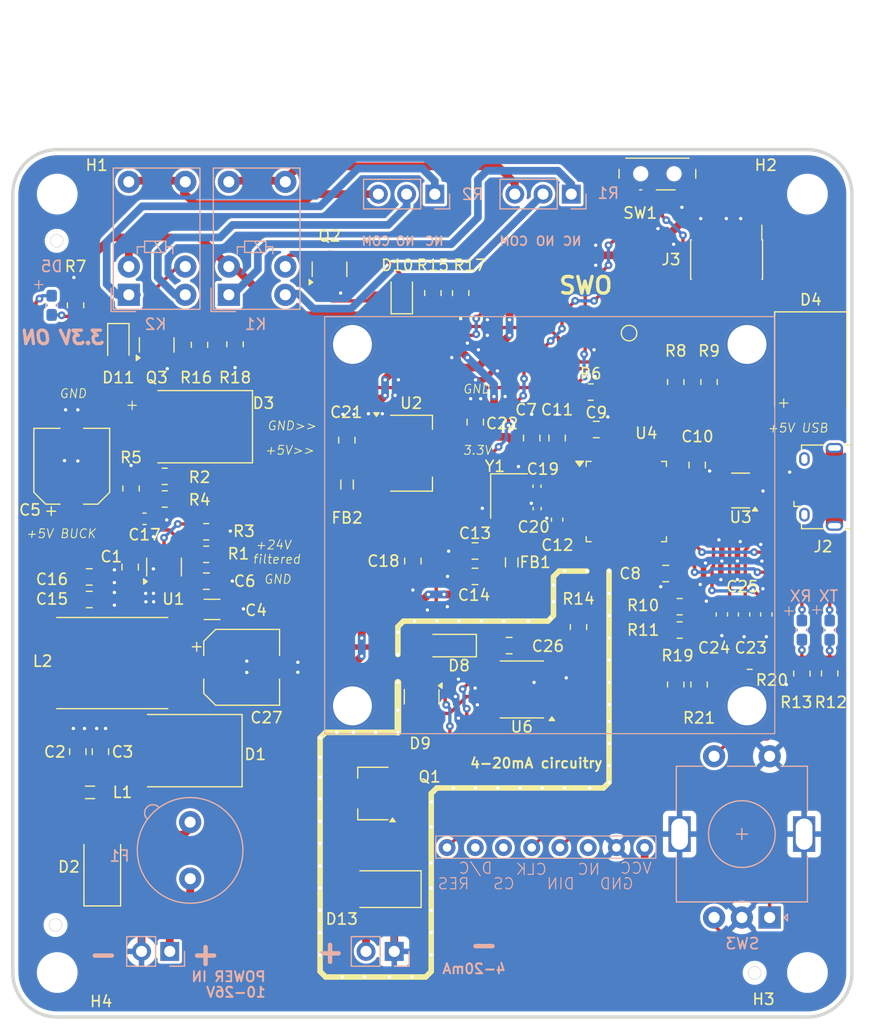
<source format=kicad_pcb>
(kicad_pcb (version 20240108) (generator "pcbnew") (generator_version "8.0")
  (layers (0 "F.Cu" signal) (31 "B.Cu" power) (34 "B.Paste" user) (35 "F.Paste" user) (36 "B.SilkS" user "B.Silkscreen") (37 "F.SilkS" user "F.Silkscreen") (38 "B.Mask" user) (39 "F.Mask" user) (44 "Edge.Cuts" user))
  (net 0 "")
  (net 1 "+3.3V")
  (net 2 "GND")
  (net 3 "VBUS")
  (net 4 "/HSE_OUT")
  (net 5 "/Buck_SW")
  (net 6 "Net-(D2-A2)")
  (net 7 "Net-(D1-A)")
  (net 8 "Net-(C17-Pad1)")
  (net 9 "/XTR_VPLUS")
  (net 10 "/XTR_IO")
  (net 11 "/PWR_LED_K")
  (net 12 "Net-(D6-K)")
  (net 13 "/HSE_IN")
  (net 14 "Net-(D7-K)")
  (net 15 "/NRST")
  (net 16 "/WSH_RST")
  (net 17 "Net-(U2-VI)")
  (net 18 "/SWCLK")
  (net 22 "/I2C2_SCL")
  (net 23 "/BOOT0")
  (net 24 "+3.3VA")
  (net 29 "/USB_DP-")
  (net 30 "/SWDIO")
  (net 34 "Net-(J3-Pin_4)")
  (net 35 "/USB_DP+")
  (net 37 "/I2C2_SDA")
  (net 38 "/RE_S_B")
  (net 40 "Net-(J3-Pin_2)")
  (net 41 "/LED_GREEN")
  (net 42 "/LED_BLUE")
  (net 43 "/USB_CONN_DP+")
  (net 44 "/USB_CONN_DP-")
  (net 45 "Net-(Q3-G)")
  (net 46 "/Buck_EN")
  (net 47 "/DAC1_XTR_IN")
  (net 48 "/ALARM1")
  (net 49 "+24V")
  (net 50 "/ALARM2")
  (net 51 "Net-(D13-A2)")
  (net 52 "Net-(Q1-E)")
  (net 53 "Net-(Q1-B)")
  (net 54 "/DAC1_OUT1")
  (net 55 "/SWO")
  (net 61 "+5VTPS")
  (net 62 "VBUS_USB")
  (net 63 "VDC")
  (net 72 "Net-(D10-A)")
  (net 73 "Net-(D11-A)")
  (net 74 "/R1_NC")
  (net 75 "/R1_COM")
  (net 76 "/R1_NO")
  (net 77 "/R2_NO")
  (net 78 "/R2_NC")
  (net 79 "/R2_COM")
  (net 80 "Net-(Q2-G)")
  (net 82 "/RE_S_A")
  (net 83 "/RE_S_SW")
  (net 84 "Net-(SW1-B)")
  (net 95 "/Buck_BOOT")
  (net 96 "/Buck_FB")
  (net 97 "Net-(R19-Pad2)")
  (net 98 "Net-(R20-Pad1)")
  (net 99 "Net-(R21-Pad2)")
  (footprint "Capacitor_SMD:C_0603_1608Metric_Pad1.08x0.95mm_HandSolder" (layer "F.Cu") (at 87.15 58.9 -90)
    (property "Reference" "C23")
    (property "Value" "10n")
  )
  (footprint "Inductor_SMD:L_Taiyo-Yuden_NR-80xx_HandSoldering" (layer "F.Cu") (at 28.304 63.272 180)
    (property "Reference" "L2")
    (property "Value" "10u")
  )
  (footprint "Diode_SMD:D_SMC" (layer "F.Cu") (at 36.008 42.016 180)
    (property "Reference" "D3")
    (property "Value" "SX33L_R1")
  )
  (footprint "Connector_USB:USB_Micro-B_Amphenol_10118194-0001LF_Horizontal" (layer "F.Cu") (at 91.977 47.427 90)
    (property "Reference" "J2")
    (property "Value" "USB_B_Micro")
  )
  (footprint "Diode_SMD:D_0805_2012Metric_Pad1.15x1.40mm_HandSolder" (layer "F.Cu") (at 28.85 34.6 -90)
    (property "Reference" "D11")
    (property "Value" "1N4148")
  )
  (footprint "Resistor_SMD:R_0805_2012Metric_Pad1.20x1.40mm_HandSolder" (layer "F.Cu") (at 82 38 90)
    (property "Reference" "R9")
    (property "Value" "100")
  )
  (footprint "Capacitor_SMD:C_0805_2012Metric_Pad1.18x1.45mm_HandSolder" (layer "F.Cu") (at 26.229 55.525)
    (property "Reference" "C16")
    (property "Value" "22u")
  )
  (footprint "Capacitor_SMD:C_0805_2012Metric_Pad1.18x1.45mm_HandSolder" (layer "F.Cu") (at 68.328 43.032 90)
    (property "Reference" "C11")
    (property "Value" "100n")
  )
  (footprint "Capacitor_SMD:C_0603_1608Metric" (layer "F.Cu") (at 68.328 50.375 90)
    (property "Reference" "C12")
    (property "Value" "10n")
  )
  (footprint "Package_TO_SOT_SMD:SOT-89-3_Handsoldering" (layer "F.Cu") (at 51.75 75 180)
    (property "Reference" "Q1")
    (property "Value" "FCE690")
  )
  (footprint "Inductor_SMD:L_0805_2012Metric_Pad1.05x1.20mm_HandSolder" (layer "F.Cu") (at 26.304 74.9)
    (property "Reference" "L1")
    (property "Value" "120R")
  )
  (footprint "MountingHole:MountingHole_3.2mm_M3_DIN965" (layer "F.Cu") (at 23.35 21.1)
    (property "Reference" "H1")
    (property "Value" "MountingHole")
  )
  (footprint "Resistor_SMD:R_0805_2012Metric_Pad1.20x1.40mm_HandSolder" (layer "F.Cu") (at 36.754 53.493 180)
    (property "Reference" "R1")
    (property "Value" "511k")
  )
  (footprint "Resistor_SMD:R_0805_2012Metric_Pad1.20x1.40mm_HandSolder" (layer "F.Cu") (at 79.35 60.3 180)
    (property "Reference" "R11")
    (property "Value" "1k5")
  )
  (footprint "Capacitor_SMD:C_1206_3216Metric_Pad1.33x1.80mm_HandSolder" (layer "F.Cu") (at 37.278 58.446)
    (property "Reference" "C4")
    (property "Value" "22u")
  )
  (footprint "Capacitor_SMD:C_0805_2012Metric_Pad1.18x1.45mm_HandSolder" (layer "F.Cu") (at 36.77 55.906)
    (property "Reference" "C6")
    (property "Value" "100n")
  )
  (footprint "Capacitor_SMD:C_0805_2012Metric_Pad1.18x1.45mm_HandSolder" (layer "F.Cu") (at 60.962 41.6 90)
    (property "Reference" "C22")
    (property "Value" "22u")
  )
  (footprint "Resistor_SMD:R_0805_2012Metric_Pad1.20x1.40mm_HandSolder" (layer "F.Cu") (at 92.85 64.2 -90)
    (property "Reference" "R12")
    (property "Value" "1k5")
  )
  (footprint "Resistor_SMD:R_0805_2012Metric_Pad1.20x1.40mm_HandSolder" (layer "F.Cu") (at 81.1 65.2 -90)
    (property "Reference" "R21")
    (property "Value" "10K")
  )
  (footprint "Connector_PinHeader_1.27mm:PinHeader_2x05_P1.27mm_Vertical_SMD" (layer "F.Cu") (at 83.577278 26.982473 -90)
    (property "Reference" "J3")
    (property "Value" "SWD Debug")
  )
  (footprint "Button_Switch_SMD:SW_SPDT_PCM12" (layer "F.Cu") (at 77.35 19.6 180)
    (property "Reference" "SW1")
    (property "Value" "SW_SPDT")
  )
  (footprint "Package_TO_SOT_SMD:SOT-23-6" (layer "F.Cu") (at 84.838 47.752275 180)
    (property "Reference" "U3")
    (property "Value" "USBLC6-2SC6")
  )
  (footprint "Capacitor_SMD:C_0805_2012Metric_Pad1.18x1.45mm_HandSolder" (layer "F.Cu") (at 80.9295 45.4625 -90)
    (property "Reference" "C10")
    (property "Value" "100n")
  )
  (footprint "Package_SO:SOIC-8_3.9x4.9mm_P1.27mm" (layer "F.Cu") (at 65.153 65.646 180)
    (property "Reference" "U6")
    (property "Value" "XTR116U")
  )
  (footprint "Diode_SMD:D_SMC" (layer "F.Cu") (at 35.072 71.146 180)
    (property "Reference" "D1")
    (property "Value" "B340")
  )
  (footprint "Inductor_SMD:L_0805_2012Metric_Pad1.05x1.20mm_HandSolder" (layer "F.Cu") (at 49.43 47.214 -90)
    (property "Reference" "FB2")
    (property "Value" "100 @ 100MHz")
  )
  (footprint "Package_TO_SOT_SMD:SOT-23" (layer "F.Cu") (at 47.85 27.8625 90)
    (property "Reference" "Q2")
    (property "Value" "DMN65D8L-7")
  )
  (footprint "Capacitor_SMD:C_0805_2012Metric_Pad1.18x1.45mm_HandSolder" (layer "F.Cu") (at 78.1 55.22 180)
    (property "Reference" "C8")
    (property "Value" "100n")
  )
  (footprint "Resistor_SMD:R_0805_2012Metric_Pad1.20x1.40mm_HandSolder" (layer "F.Cu") (at 79.35 58.2 180)
    (property "Reference" "R10")
    (property "Value" "1k5")
  )
  (footprint "Capacitor_SMD:C_0805_2012Metric_Pad1.18x1.45mm_HandSolder" (layer "F.Cu") (at 26.229 57.557)
    (property "Reference" "C15")
    (property "Value" "22u")
  )
  (footprint "Crystal:Crystal_SMD_3225-4Pin_3.2x2.5mm" (layer "F.Cu") (at 64 48.252313 -90)
    (property "Reference" "Y1")
    (property "Value" "16MHz")
  )
  (footprint "Diode_SMD:D_SMA" (layer "F.Cu") (at 52.58 83.6 180)
    (property "Reference" "D13")
    (property "Value" "SMAJ30CA")
  )
  (footprint "Resistor_SMD:R_0805_2012Metric_Pad1.20x1.40mm_HandSolder" (layer "F.Cu") (at 36.152 34.65 90)
    (property "Reference" "R16")
    (property "Value" "1k5")
  )
  (footprint "Capacitor_SMD:C_0805_2012Metric_Pad1.18x1.45mm_HandSolder" (layer "F.Cu") (at 25.204 71.2375 90)
    (property "Reference" "C2")
    (property "Value" "100n")
  )
  (footprint "TestPoint:TestPoint_Pad_D1.0mm" (layer "F.Cu") (at 74.8 33.6)
    (property "Reference" "TP1" (hide yes))
    (property "Value" "TestPoint")
  )
  (footprint "Resistor_SMD:R_0805_2012Metric_Pad1.20x1.40mm_HandSolder" (layer "F.Cu") (at 57.15 30 90)
    (property "Reference" "R15")
    (property "Value" "1k5")
  )
  (footprint "Capacitor_SMD:C_0805_2012Metric_Pad1.18x1.45mm_HandSolder" (layer "F.Cu") (at 49.41 43.227758 90)
    (property "Reference" "C21")
    (property "Value" "22u")
  )
  (footprint "Capacitor_SMD:C_0402_1005Metric" (layer "F.Cu") (at 66.513723 47.361134 90)
    (property "Reference" "C19")
    (property "Value" "10p")
  )
  (footprint "Capacitor_SMD:C_0805_2012Metric_Pad1.18x1.45mm_HandSolder" (layer "F.Cu") (at 64.01 61.7)
    (property "Reference" "C26")
    (property "Value" "100n")
  )
  (footprint "Capacitor_SMD:C_0805_2012Metric_Pad1.18x1.45mm_HandSolder" (layer "F.Cu") (at 60.9405 55.478 180)
    (property "Reference" "C14")
    (property "Value" "1u")
  )
  (footprint "Capacitor_SMD:C_0805_2012Metric_Pad1.18x1.45mm_HandSolder" (layer "F.Cu") (at 66.042 43.032 90)
    (property "Reference" "C7")
    (property "Value" "10u")
  )
  (footprint "Capacitor_SMD:CP_Elec_6.3x5.8" (layer "F.Cu") (at 24.658 45.572 90)
    (property "Reference" "C5")
    (property "Value" "47u")
  )
  (footprint "Capacitor_SMD:C_0603_1608Metric_Pad1.08x0.95mm_HandSolder" (layer "F.Cu") (at 83.15 58.9 -90)
    (property "Reference" "C24")
    (property "Value" "10n")
  )
  (footprint "Resistor_SMD:R_0805_2012Metric_Pad1.20x1.40mm_HandSolder" (layer "F.Cu") (at 25 31.1 90)
    (property "Reference" "R7")
    (property "Value" "1k5")
  )
  (footprint "MountingHole:MountingHole_3.2mm_M3_DIN965" (layer "F.Cu") (at 23.35 91.1)
    (property "Reference" "H4")
    (property "Value" "MountingHole")
  )
  (footprint "Capacitor_SMD:C_0603_1608Metric_Pad1.08x0.95mm_HandSolder" (layer "F.Cu") (at 85.15 58.9 -90)
    (property "Reference" "C25")
    (property "Value" "10n")
  )
  (footprint "Capacitor_SMD:C_0402_1005Metric" (layer "F.Cu") (at 66.528859 49.382 90)
    (property "Reference" "C20")
    (property "Value" "10p")
  )
  (footprint "Capacitor_SMD:CP_Elec_6.3x5.8" (layer "F.Cu") (at 39.945 63.653)
    (property "Reference" "C27")
    (property "Value" "47u")
  )
  (footprint "Resistor_SMD:R_0805_2012Metric_Pad1.20x1.40mm_HandSolder" (layer "F.Cu") (at 39.35 34.6 90)
    (property "Reference" "R18")
    (property "Value" "150k")
  )
  (footprint "Capacitor_SMD:C_0805_2012Metric_Pad1.18x1.45mm_HandSolder" (layer "F.Cu") (at 71.85 42.27)
    (property "Reference" "C9")
    (property "Value" "100n")
  )
  (footprint "Package_TO_SOT_SMD:SOT-23" (layer "F.Cu") (at 32.3 34.6625 90)
    (property "Reference" "Q3")
    (property "Value" "DMN65D8L-7")
  )
  (footprint "Diode_SMD:D_SMA" (layer "F.Cu") (at 27.404 81.6 90)
    (property "Reference" "D2")
    (property "Value" "SMAJ30CA")
  )
  (footprint "Resistor_SMD:R_0805_2012Metric_Pad1.20x1.40mm_HandSolder" (layer "F.Cu") (at 59.65 30 90)
    (property "Reference" "R17")
    (property "Value" "150k")
  )
  (footprint "Capacitor_SMD:C_0805_2012Metric_Pad1.18x1.45mm_HandSolder" (layer "F.Cu") (at 55.35 54.1 -90)
    (property "Reference" "C18")
    (property "Value" "100n")
  )
  (footprint "Capacitor_SMD:C_0805_2012Metric_Pad1.18x1.45mm_HandSolder" (layer "F.Cu") (at 60.9405 53.192 180)
    (property "Reference" "C13")
    (property "Value" "1u")
  )
  (footprint "Resistor_SMD:R_0805_2012Metric_Pad1.20x1.40mm_HandSolder" (layer "F.Cu") (at 33.024 46.483)
    (property "Reference" "R2")
    (property "Value" "49k9")
  )
  (footprint "Inductor_SMD:L_0805_2012Metric_Pad1.05x1.20mm_HandSolder" (layer "F.Cu") (at 64.2425 54.208 -90)
    (property "Reference" "FB1")
    (property "Value" "120R")
  )
  (footprint "Package_QFP:LQFP-48_7x7mm_P0.5mm" (layer "F.Cu") (at 74.551 48.747)
    (property "Reference" "U4")
    (property "Value" "STM32L433CCTx")
  )
  (footprint "Package_TO_SOT_SMD:SOT-223-3_TabPin2" (layer "F.Cu") (at 55.2 44.4)
    (property "Reference" "U2")
    (property "Value" "AMS1117-3.3")
  )
  (footprint "Resistor_SMD:R_0805_2012Metric_Pad1.20x1.40mm_HandSolder" (layer "F.Cu") (at 29.992 47.579 90)
    (property "Reference" "R5")
    (property "Value" "13k3")
  )
  (footprint "Resistor_SMD:R_0805_2012Metric_Pad1.20x1.40mm_HandSolder" (layer "F.Cu") (at 79 65.2 -90)
    (property "Reference" "R19")
    (property "Value" "10K")
  )
  (footprint "Package_TO_SOT_SMD:SOT-143_Handsoldering" (layer "F.Cu") (at 56.136 66.3 -90)
    (property "Reference" "D9")
    (property "Value" "BAS4002ARPPE6327")
  )
  (footprint "Capacitor_SMD:C_0805_2012Metric_Pad1.18x1.45mm_HandSolder" (layer "F.Cu") (at 27.236 71.2375 90)
    (property "Reference" "C3")
    (property "Value" "100n")
  )
  (footprint "Resistor_SMD:R_0805_2012Metric_Pad1.20x1.40mm_HandSolder" (layer "F.Cu") (at 36.754 51.461)
    (property "Reference" "R3")
    (property "Value" "105k")
  )
  (footprint "Diode_SMD:D_SMC" (layer "F.Cu") (at 91.15 36.6 -90)
    (property "Reference" "D4")
    (property "Value" "SX33L_R1")
  )
  (footprint "Resistor_SMD:R_0805_2012Metric_Pad1.20x1.40mm_HandSolder" (layer "F.Cu") (at 71.35 38.9)
    (property "Reference" "R6")
    (property "Value" "10k")
  )
  (footprint "Capacitor_SMD:C_0603_1608Metric_Pad1.08x0.95mm_HandSolder" (layer "F.Cu") (at 31.204 50.3 180)
    (property "Reference" "C17")
    (property "Value" "75p")
  )
  (footprint "Diode_SMD:D_MicroMELF_Handsoldering" (layer "F.Cu") (at 58.25 61.7 180)
    (property "Reference" "D8")
    (property "Value" "1N47xxA")
  )
  (footprint "Package_TO_SOT_SMD:SOT-23-6" (layer "F.Cu") (at 32.96 54.636 90)
    (property "Reference" "U1")
    (property "Value" "TPS54302")
  )
  (footprint "Resistor_SMD:R_0805_2012Metric_Pad1.20x1.40mm_HandSolder" (layer "F.Cu") (at 79 38 -90)
    (property "Reference" "R8")
    (property "Value" "100")
  )
  (footprint "Capacitor_SMD:C_0805_2012Metric_Pad1.18x1.45mm_HandSolder" (layer "F.Cu") (at 29.912 54.636 -90)
    (property "Reference" "C1")
    (property "Value" "100n")
  )
  (footprint "MountingHole:MountingHole_3.2mm_M3_DIN965" (layer "F.Cu") (at 90.85 91.1)
    (property "Reference" "H3")
    (property "Value" "MountingHole")
  )
  (footprint "Diode_SMD:D_0805_2012Metric_Pad1.15x1.40mm_HandSolder" (layer "F.Cu") (at 54.35 30 90)
    (property "Reference" "D10")
    (property "Value" "1N4148")
  )
  (footprint "MountingHole:MountingHole_3.2mm_M3_DIN965" (layer "F.Cu") (at 90.85 21.1)
    (property "Reference" "H2")
    (property "Value" "MountingHole")
  )
  (footprint "Resistor_SMD:R_0805_2012Metric_Pad1.20x1.40mm_HandSolder" (layer "F.Cu") (at 90.35 64.2145 -90)
    (property "Reference" "R13")
    (property "Value" "1k5")
  )
  (footprint "Resistor_SMD:R_0805_2012Metric_Pad1.20x1.40mm_HandSolder" (layer "F.Cu") (at 85.65 63.1 180)
    (property "Reference" "R20")
    (property "Value" "10K")
  )
  (footprint "Resistor_SMD:R_0805_2012Metric_Pad1.20x1.40mm_HandSolder" (layer "F.Cu") (at 70.25 60.034 -90)
    (property "Reference" "R14")
    (property "Value" "15k")
  )
  (footprint "Resistor_SMD:R_0805_2012Metric_Pad1.20x1.40mm_HandSolder" (layer "F.Cu") (at 33.024 48.515 180)
    (property "Reference" "R4")
    (property "Value" "100k")
  )
  (footprint "Capacitor_SMD:C_0603_1608Metric_Pad1.08x0.95mm_HandSolder" (layer "B.Cu") (at 90.35 60.304 90)
    (property "Reference" "D7" (hide yes))
    (property "Value" "GREEN")
  )
  (footprint "Capacitor_SMD:C_0603_1608Metric_Pad1.08x0.95mm_HandSolder" (layer "B.Cu") (at 22.85 31.1 90)
    (property "Reference" "D5")
    (property "Value" "RED")
  )
  (footprint "Fuse:Fuseholder_TR5_Littelfuse_No560_No460" (layer "B.Cu") (at 35.316 82.656 90)
    (property "Reference" "F1")
    (property "Value" "Fuse_Small")
  )
  (footprint "Connector_PinHeader_2.54mm:PinHeader_1x03_P2.54mm_Vertical" (layer "B.Cu") (at 69.6 21.1 90)
    (property "Reference" "J5" (hide yes))
    (property "Value" "Conn_01x03")
  )
  (footprint "Rotary_Encoder:RotaryEncoder_Alps_EC11E-Switch_Vertical_H20mm" (layer "B.Cu") (at 87.45 86.15 90)
    (property "Reference" "SW3")
    (property "Value" "RotaryEncoder_Switch_MP")
  )
  (footprint "Connector_PinHeader_2.54mm:PinHeader_1x02_P2.54mm_Vertical" (layer "B.Cu") (at 53.675 89.2 90)
    (property "Reference" "J4" (hide yes))
    (property "Value" "Current loop out")
  )
  (footprint "MyLibrary:wsh-10451" (layer "B.Cu") (at 67.312 48.62)
    (property "Reference" "U5" (hide yes))
    (property "Value" "WSH-10451")
  )
  (footprint "Relay_THT:Relay_SPDT_Omron_G5V-1" (layer "B.Cu") (at 29.7925 30.1575)
    (property "Reference" "K2")
    (property "Value" "G5V-1")
  )
  (footprint "Relay_THT:Relay_SPDT_Omron_G5V-1" (layer "B.Cu") (at 38.7925 30.1575)
    (property "Reference" "K1")
    (property "Value" "G5V-1")
  )
  (footprint "Connector_PinHeader_2.54mm:PinHeader_1x02_P2.54mm_Vertical" (layer "B.Cu") (at 33.475 89.2 90)
    (property "Reference" "J1" (hide yes))
    (property "Value" "Power 24V")
  )
  (footprint "Connector_PinHeader_2.54mm:PinHeader_1x03_P2.54mm_Vertical" (layer "B.Cu") (at 57.325 21.1 90)
    (property "Reference" "J6" (hide yes))
    (property "Value" "Conn_01x03")
  )
  (footprint "Capacitor_SMD:C_0603_1608Metric_Pad1.08x0.95mm_HandSolder" (layer "B.Cu") (at 92.85 60.304 90)
    (property "Reference" "D6" (hide yes))
    (property "Value" "BLUE")
  )
  (gr_line (start 72.854 54.97) (end 72.611909 54.97) (stroke (width 0.1) (type dot)) (layer "F.SilkS"))
  (gr_line (start 54 62.5) (end 54 60) (stroke (width 0.5)) (layer "F.SilkS"))
  (gr_line (start 54 69.5) (end 54 65) (stroke (width 0.6)) (layer "F.SilkS"))
  (gr_line (start 47.5 69.5) (end 47 70) (stroke (width 0.5)) (layer "F.SilkS"))
  (gr_line (start 47 70) (end 47 91) (stroke (width 0.5)) (layer "F.SilkS"))
  (gr_line (start 68 55.5) (end 68.5 55) (stroke (width 0.5)) (layer "F.SilkS"))
  (gr_line (start 57 75) (end 57 91) (stroke (width 0.5)) (layer "F.SilkS"))
  (gr_line (start 54.5 59.5) (end 67.5 59.5) (stroke (width 0.5)) (layer "F.SilkS"))
  (gr_line (start 56.5 91.5) (end 57 91) (stroke (width 0.5)) (layer "F.SilkS"))
  (gr_line (start 57.5 74.5) (end 57 75) (stroke (width 0.5)) (layer "F.SilkS"))
  (gr_line (start 47.5 91.5) (end 56.5 91.5) (stroke (width 0.5)) (layer "F.SilkS"))
  (gr_line (start 68 59) (end 67.5 59.5) (stroke (width 0.5)) (layer "F.SilkS"))
  (gr_line (start 73 55) (end 73 74) (stroke (width 0.5)) (layer "F.SilkS"))
  (gr_arc (start 72.854 54.97) (mid 73.066132 55.057868) (end 73.154 55.27) (stroke (width 0.1) (type dot)) (layer "F.SilkS"))
  (gr_line (start 57.5 74.5) (end 72.5 74.5) (stroke (width 0.5)) (layer "F.SilkS"))
  (gr_line (start 73 74) (end 72.5 74.5) (stroke (width 0.5)) (layer "F.SilkS"))
  (gr_line (start 68 55.5) (end 68 59) (stroke (width 0.5)) (layer "F.SilkS"))
  (gr_line (start 47.5 91.5) (end 47 91) (stroke (width 0.5)) (layer "F.SilkS"))
  (gr_line (start 54 69.5) (end 47.5 69.5) (stroke (width 0.5)) (layer "F.SilkS"))
  (gr_line (start 71 55) (end 68.5 55) (stroke (width 0.5)) (layer "F.SilkS"))
  (gr_line (start 54 60) (end 54.5 59.5) (stroke (width 0.5)) (layer "F.SilkS"))
  (gr_circle (center 86.1 91.124) (end 86.676 91.124) (stroke (width 0.05)) (fill none) (layer "Edge.Cuts"))
  (gr_line (start 19.35 91.1) (end 19.35 21.1) (stroke (width 0.3)) (layer "Edge.Cuts"))
  (gr_line (start 90.85 95.1) (end 23.35 95.1) (stroke (width 0.3)) (layer "Edge.Cuts"))
  (gr_line (start 94.85 21.1) (end 94.85 91.1) (stroke (width 0.3)) (layer "Edge.Cuts"))
  (gr_arc (start 94.85 91.1) (mid 93.678427 93.928427) (end 90.85 95.1) (stroke (width 0.3)) (layer "Edge.Cuts"))
  (gr_arc (start 23.35 95.1) (mid 20.521573 93.928427) (end 19.35 91.1) (stroke (width 0.3)) (layer "Edge.Cuts"))
  (gr_arc (start 19.35 21.1) (mid 20.521573 18.271573) (end 23.35 17.1) (stroke (width 0.3)) (layer "Edge.Cuts"))
  (gr_line (start 23.35 17.1) (end 90.85 17.1) (stroke (width 0.3)) (layer "Edge.Cuts"))
  (gr_circle (center 23.2 86.824) (end 23.776 86.824) (stroke (width 0.05)) (fill none) (layer "Edge.Cuts"))
  (gr_circle (center 23.3 25.3) (end 23.876 25.3) (stroke (width 0.05)) (fill none) (layer "Edge.Cuts"))
  (gr_arc (start 90.85 17.1) (mid 93.678427 18.271573) (end 94.85 21.1) (stroke (width 0.3)) (layer "Edge.Cuts"))
  (gr_text "POWER IN\n" (at 42.2 92 0) (layer "B.SilkS") (effects (font (size 0.9 0.9) (thickness 0.175) (bold yes)) (justify left bottom mirror)))
  (gr_text "10-26V" (at 42.2 93.4 -0) (layer "B.SilkS") (effects (font (size 0.9 0.9) (thickness 0.175) (bold yes)) (justify left bottom mirror)))
  (gr_text "+" (at 88.5 59.1 -0) (layer "B.SilkS") (effects (font (size 1 1) (thickness 0.1)) (justify left bottom)))
  (gr_text "-" (at 29 90.6 -0) (layer "B.SilkS") (effects (font (size 2 2) (thickness 0.4) (bold yes)) (justify left bottom mirror)))
  (gr_text "+" (at 38.2 90.6 -0) (layer "B.SilkS") (effects (font (size 2 2) (thickness 0.4) (bold yes)) (justify left bottom mirror)))
  (gr_text "+" (at 91 59 -0) (layer "B.SilkS") (effects (font (size 1 1) (thickness 0.1)) (justify left bottom)))
  (gr_text "-" (at 63.25 89.75 -0) (layer "B.SilkS") (effects (font (size 2 2) (thickness 0.4) (bold yes)) (justify left bottom mirror)))
  (gr_text "NO" (at 55.6 25.8 -0) (layer "B.SilkS") (effects (font (size 0.8 0.8) (thickness 0.15) (bold yes)) (justify left bottom mirror)))
  (gr_text "NC" (at 58.2 25.8 -0) (layer "B.SilkS") (effects (font (size 0.8 0.8) (thickness 0.15) (bold yes)) (justify left bottom mirror)))
  (gr_text "NO" (at 68.2 25.8 -0) (layer "B.SilkS") (effects (font (size 0.8 0.8) (thickness 0.15) (bold yes)) (justify left bottom mirror)))
  (gr_text "RX" (at 90.25 57.25 0) (layer "B.SilkS") (effects (font (size 1 1)) (justify mirror)))
  (gr_text "R2" (at 61.8 21.7 -0) (layer "B.SilkS") (effects (font (size 1 1) (thickness 0.15) (bold yes)) (justify left bottom mirror)))
  (gr_text "4-20mA" (at 63.8 91.292 -0) (layer "B.SilkS") (effects (font (size 0.9 0.9) (thickness 0.175) (bold yes)) (justify left bottom mirror)))
  (gr_text "TX" (at 92.75 57.25 0) (layer "B.SilkS") (effects (font (size 1 1)) (justify mirror)))
  (gr_text "R1" (at 74 21.6 -0) (layer "B.SilkS") (effects (font (size 1 1) (thickness 0.15) (bold yes)) (justify left bottom mirror)))
  (gr_text "3.3V ON" (at 27.75 34 -0) (layer "B.SilkS") (effects (font (size 1.2 1.2) (thickness 0.3) (bold yes) (italic yes)) (justify left mirror)))
  (gr_text "+" (at 49.4 90.4 -0) (layer "B.SilkS") (effects (font (size 2 2) (thickness 0.4) (bold yes)) (justify left bottom mirror)))
  (gr_text "COM\n" (at 53.4 25.8 -0) (layer "B.SilkS") (effects (font (size 0.8 0.8) (thickness 0.15) (bold yes)) (justify left bottom mirror)))
  (gr_text "+" (at 21 29.75 -0) (layer "B.SilkS") (effects (font (size 1 1) (thickness 0.1)) (justify left bottom)))
  (gr_text "NC" (at 70.6 25.8 -0) (layer "B.SilkS") (effects (font (size 0.8 0.8) (thickness 0.15) (bold yes)) (justify left bottom mirror)))
  (gr_text "COM\n" (at 65.8 25.8 -0) (layer "B.SilkS") (effects (font (size 0.8 0.8) (thickness 0.15) (bold yes)) (justify left bottom mirror)))
  (gr_text "+24V \nfiltered" (at 43.1 54.4 0) (layer "F.SilkS") (effects (font (size 0.8 0.8) (thickness 0.0875) (italic yes)) (justify bottom)))
  (gr_text "+5V USB" (at 87.2 42.6 0) (layer "F.SilkS") (effects (font (size 0.8 0.8) (thickness 0.0875) (italic yes)) (justify left bottom)))
  (gr_text "GND>>" (at 42.2 42.4 0) (layer "F.SilkS") (effects (font (size 0.8 0.8) (thickness 0.0875) (italic yes)) (justify left bottom)))
  (gr_text "GND" (at 41.9 56.2 0) (layer "F.SilkS") (effects (font (size 0.8 0.8) (thickness 0.0875) (italic yes)) (justify left bottom)))
  (gr_text "+" (at 89.4 40.4 0) (layer "F.SilkS") (effects (font (size 1 1) (thickness 0.1)) (justify left bottom mirror)))
  (gr_text "+5V BUCK" (at 20.5 52.1 0) (layer "F.SilkS") (effects (font (size 0.8 0.8) (thickness 0.0875) (italic yes)) (justify left bottom)))
  (gr_text "SWO" (at 68.35 30.2 0) (layer "F.SilkS") (effects (font (size 1.5 1.5) (thickness 0.3) (bold yes)) (justify left bottom)))
  (gr_text "+5V>>" (at 42 44.6 0) (layer "F.SilkS") (effects (font (size 0.8 0.8) (thickness 0.0875) (italic yes)) (justify left bottom)))
  (gr_text "3.3V" (at 59.8 44.6 0) (layer "F.SilkS") (effects (font (size 0.8 0.8) (thickness 0.0875) (italic yes)) (justify left bottom)))
  (gr_text "GND" (at 59.8 39.1 0) (layer "F.SilkS") (effects (font (size 0.8 0.8) (thickness 0.0875) (italic yes)) (justify left bottom)))
  (gr_text "4-20mA circuitry" (at 60.4 72.8 -0) (layer "F.SilkS") (effects (font (size 0.9 0.9) (thickness 0.175) (bold yes)) (justify left bottom)))
  (gr_text "+" (at 29.404 40.6 0) (layer "F.SilkS") (effects (font (size 1 1) (thickness 0.1)) (justify left bottom)))
  (gr_text "GND" (at 23.5 39.5 0) (layer "F.SilkS") (effects (font (size 0.8 0.8) (thickness 0.0875) (italic yes)) (justify left bottom)))
  (segment (start 87.55 37.8) (end 87.55 27.7) (width 0.3) (layer "F.Cu") (net 1))
  (segment (start 58.15 57.1) (end 60.356 57.1) (width 0.7) (layer "F.Cu") (net 1))
  (segment (start 74.75 20.68) (end 75.1 21.03) (width 0.3) (layer "F.Cu") (net 1))
  (segment (start 60.95 33.8) (end 59.65 33.8) (width 0.3) (layer "F.Cu") (net 1))
  (segment (start 59.163603 34.7) (end 58.55 34.7) (width 0.7) (layer "F.Cu") (net 1))
  (segment (start 53.375 32) (end 42.2 32) (width 0.7) (layer "F.Cu") (net 1))
  (segment (start 77.8 19.7) (end 76.2 18.1) (width 0.3) (layer "F.Cu") (net 1))
  (segment (start 26.8 26.4) (end 28.2 25) (width 0.7) (layer "F.Cu") (net 1))
  (segment (start 77.675 85.075) (end 76.2 83.6) (width 0.7) (layer "F.Cu") (net 1))
  (segment (start 60.263603 35.8) (end 59.163603 34.7) (width 0.7) (layer "F.Cu") (net 1))
  (segment (start 59.15 47.9) (end 60.65 46.4) (width 0.7) (layer "F.Cu") (net 1))
  (segment (start 79.650357 26.261782) (end 80.388575 27) (width 0.3) (layer "F.Cu") (net 1))
  (segment (start 80.388575 27) (end 86.05 27) (width 0.3) (layer "F.Cu") (net 1))
  (segment (start 82.05 80.7) (end 82.05 77.2) (width 0.7) (layer "F.Cu") (net 1))
  (segment (start 77.35 72.5) (end 77.35 63.5) (width 0.7) (layer "F.Cu") (net 1))
  (segment (start 62.65 39.3) (end 62.65 41.7) (width 0.7) (layer "F.Cu") (net 1))
  (segment (start 76.2 83.6) (end 76.2 83.4) (width 0.7) (layer "F.Cu") (net 1))
  (segment (start 67.45 23.7) (end 73.35 23.7) (width 0.3) (layer "F.Cu") (net 1))
  (segment (start 61.05 32.3) (end 61.75 31.6) (width 0.3) (layer "F.Cu") (net 1))
  (segment (start 70.023 45.997) (end 70.3885 45.997) (width 0.2) (layer "F.Cu") (net 1))
  (segment (start 36.175 25) (end 38.7925 27.6175) (width 0.7) (layer "F.Cu") (net 1))
  (segment (start 60.65 42.9495) (end 60.962 42.6375) (width 0.7) (layer "F.Cu") (net 1))
  (segment (start 82.05 77.2) (end 77.35 72.5) (width 0.7) (layer "F.Cu") (net 1))
  (segment (start 26.8 31.525) (end 26.8 26.4) (width 0.7) (layer "F.Cu") (net 1))
  (segment (start 61.05 33.7) (end 60.95 33.8) (width 0.3) (layer "F.Cu") (net 1))
  (segment (start 77.375 85.375) (end 77.675 85.075) (width 0.7) (layer "F.Cu") (net 1))
  (segment (start 87.55 27.7) (end 86.85 27) (width 0.3) (layer "F.Cu") (net 1))
  (segment (start 79.0875 55.22) (end 79.0875 55.7375) (width 0.7) (layer "F.Cu") (net 1))
  (segment (start 77.8 23.097412) (end 77.8 19.7) (width 0.3) (layer "F.Cu") (net 1))
  (segment (start 79.05 62.7) (end 80.35 61.4) (width 0.7) (layer "F.Cu") (net 1))
  (segment (start 53.75 57.6) (end 53.6 57.45) (width 0.7) (layer "F.Cu") (net 1))
  (segment (start 21.45 32.7) (end 22.325 33.575) (width 0.3) (layer "F.Cu") (net 1))
  (segment (start 80.35 58.2) (end 80.35 60.3) (width 0.7) (layer "F.Cu") (net 1))
  (segment (start 28.85 33.575) (end 26.8 31.525) (width 0.7) (layer "F.Cu") (net 1))
  (segment (start 80.35 57) (end 80.35 58.2) (width 0.7) (layer "F.Cu") (net 1))
  (segment (start 70.36 42.27) (end 71.801 43.711) (width 0.3) (layer "F.Cu") (net 1))
  (segment (start 79.463 45.997) (end 80.9295 44.5305) (width 0.3) (layer "F.Cu") (net 1))
  (segment (start 58.55 34.7) (end 58.025 34.7) (width 0.7) (layer "F.Cu") (net 1))
  (segment (start 80.9295 44.425) (end 80.9295 44.4205) (width 0.3) (layer "F.Cu") (net 1))
  (segment (start 68.328 44.302) (end 70.023 45.997) (width 0.2) (layer "F.Cu") (net 1))
  (segment (start 57.65 47.9) (end 59.15 47.9) (width 0.7) (layer "F.Cu") (net 1))
  (segment (start 77.301 53.101) (end 77.301 52.9095) (width 0.3) (layer "F.Cu") (net 1))
  (segment (start 58.75 34.7) (end 58.55 34.7) (width 0.3) (layer "F.Cu") (net 1))
  (segment (start 79.1375 55.22) (end 79.1375 54.9375) (width 0.3) (layer "F.Cu") (net 1))
  (segment (start 80.9295 44.4205) (end 87.55 37.8) (width 0.3) (layer "F.Cu") (net 1))
  (segment (start 71.801 43.711) (end 71.801 44.5845) (width 0.3) (layer "F.Cu") (net 1))
  (segment (start 58.6295 42.9265) (end 58.27 43.286) (width 0.7) (layer "F.Cu") (net 1))
  (segment (start 77.35 63.5) (end 78.15 62.7) (width 0.7) (layer "F.Cu") (net 1))
  (segment (start 77.301 52.9095) (end 77.301 53.451) (width 0.2) (layer "F.Cu") (net 1))
  (segment (start 50.299531 63.1) (end 47.8 63.1) (width 0.7) (layer "F.Cu") (net 1))
  (segment (start 86.85 27) (end 86.05 27) (width 0.3) (layer "F.Cu") (net 1))
  (segment (start 47.8 63.1) (end 44.45 66.45) (width 0.7) (layer "F.Cu") (net 1))
  (segment (start 62.098 55.358) (end 61.978 55.478) (width 0.7) (layer "F.Cu") (net 1))
  (segment (start 75.1 21.95) (end 75.1 21.03) (width 0.3) (layer "F.Cu") (net 1))
  (segment (start 69.75 93) (end 77.375 85.375) (width 0.7) (layer "F.Cu") (net 1))
  (segment (start 78.919 55.069) (end 78.919 55.22) (width 0.2) (layer "F.Cu") (net 1))
  (segment (start 56.25 57.6) (end 53.75 57.6) (width 0.7) (layer "F.Cu") (net 1))
  (segment (start 60.356 57.1) (end 61.978 55.478) (width 0.7) (layer "F.Cu") (net 1))
  (segment (start 76.2 83.4) (end 76.202 83.398) (width 0.7) (layer "F.Cu") (net 1))
  (segment (start 39.2675 27.6175) (end 38.7925 27.6175) (width 0.7) (layer "F.Cu") (net 1))
  (segment (start 62.65 41.7) (end 61.7125 42.6375) (width 0.7) (layer "F.Cu") (net 1))
  (segment (start 58.025 34.7) (end 54.35 31.025) (width 0.7) (layer "F.Cu") (net 1))
  (segment (start 79.650357 24.8) (end 79.650357 26.261782) (width 0.3) (layer "F.Cu") (net 1))
  (segment (start 70.8125 42.3375) (end 69.0805 44.0695) (width 0.7) (layer "F.Cu") (net 1))
  (segment (start 78.15 23.447412) (end 77.8 23.097412) (width 0.3) (layer "F.Cu") (net 1))
  (segment (start 68.328 44.0695) (end 68.328 44.302) (width 0.2) (layer "F.Cu") (net 1))
  (segment (start 22.325 33.575) (end 28.85 33.575) (width 0.3) (layer "F.Cu") (net 1))
  (segment (start 29.6775 27.5175) (end 30.0675 27.5175) (width 0.3) (layer "F.Cu") (net 1))
  (segment (start 44.45 91.2) (end 46.25 93) (width 0.7) (layer "F.Cu") (net 1))
  (segment (start 76.202 83.398) (end 76.202 79.862) (width 0.7) (layer "F.Cu") (net 1))
  (segment (start 61.75 31.6) (end 61.75 29.4) (width 0.3) (layer "F.Cu") (net 1))
  (segment (start 61.7125 42.6375) (end 60.962 42.6375) (width 0.7) (layer "F.Cu") (net 1))
  (segment (start 69.0805 44.0695) (end 68.328 44.0695) (width 0.7) (layer "F.Cu") (net 1))
  (segment (start 80.35 61.4) (end 80.35 60.3) (width 0.7) (layer "F.Cu") (net 1))
  (segment (start 54.35 31.025) (end 53.375 32) (width 0.7) (layer "F.Cu") (net 1))
  (segment (start 79.0875 55.7375) (end 80.35 57) (width 0.7) (layer "F.Cu") (net 1))
  (segment (start 28.2 25) (end 36.175 25) (width 0.7) (layer "F.Cu") (net 1))
  (segment (start 86.05 27) (end 86.117278 26.932722) (width 0.3) (layer "F.Cu") (net 1))
  (segment (start 53.6 57.45) (end 53.6 51.95) (width 0.7) (layer "F.Cu") (net 1))
  (segment (start 78.15 62.7) (end 79.05 62.7) (width 0.7) (layer "F.Cu") (net 1))
  (segment (start 70.3385 42.27) (end 70.36 42.27) (width 0.3) (layer "F.Cu") (net 1))
  (segment (start 41.4 29.75) (end 39.2675 27.6175) (width 0.7) (layer "F.Cu") (net 1))
  (segment (start 79.1375 54.9375) (end 77.301 53.101) (width 0.3) (layer "F.Cu") (net 1))
  (segment (start 63.9045 42.9265) (end 65.0475 44.0695) (width 0.7) (layer "F.Cu") (net 1))
  (segment (start 29.7925 25.0075) (end 29.7925 27.6175) (width 0.7) (layer "F.Cu") (net 1))
  (segment (start 21.45 30.8) (end 21.45 32.7) (width 0.3) (layer "F.Cu") (net 1))
  (segment (start 60.65 46.4) (end 60.65 42.9495) (width 0.7) (layer "F.Cu") (net 1))
  (segment (start 86.117278 26.932722) (end 86.117278 25.032473) (width 0.3) (layer "F.Cu") (net 1))
  (segment (start 50.75 62.649531) (end 50.299531 63.1) (width 0.7) (layer "F.Cu") (net 1))
  (segment (start 53.6 51.95) (end 57.65 47.9) (width 0.7) (layer "F.Cu") (net 1))
  (segment (start 75.15 18.1) (end 74.75 18.5) (width 0.3) (layer "F.Cu") (net 1))
  (segment (start 78.7135 45.997) (end 79.463 45.997) (width 0.3) (layer "F.Cu") (net 1))
  (segment (start 77.675 85.075) (end 82.05 80.7) (width 0.7) (layer "F.Cu") (net 1))
  (segment (start 61.75 29.4) (end 67.45 23.7) (width 0.3) (layer "F.Cu") (net 1))
  (segment (start 74.75 18.5) (end 74.75 20.68) (width 0.3) (layer "F.Cu") (net 1))
  (segment (start 21.75 30.5) (end 21.45 30.8) (width 0.3) (layer "F.Cu") (net 1))
  (segment (start 44.45 66.45) (end 44.45 91.2) (width 0.7) (layer "F.Cu") (net 1))
  (segment (start 46.25 93) (end 62.25 93) (width 0.7) (layer "F.Cu") (net 1))
  (segment (start 76.2 18.1) (end 75.15 18.1) (width 0.3) (layer "F.Cu") (net 1))
  (segment (start 62.25 93) (end 69.75 93) (width 0.7) (layer "F.Cu") (net 1))
  (segment (start 73.35 23.7) (end 75.1 21.95) (width 0.3) (layer "F.Cu") (net 1))
  (segment (start 59.65 33.8) (end 58.75 34.7) (width 0.3) (layer "F.Cu") (net 1))
  (segment (start 66.042 44.0695) (end 68.328 44.0695) (width 0.7) (layer "F.Cu") (net 1))
  (segment (start 50.75 60.3) (end 50.75 61.028) (width 0.7) (layer "F.Cu") (net 1))
  (segment (start 64.2425 55.358) (end 62.098 55.358) (width 0.7) (layer "F.Cu") (net 1))
  (segment (start 42.2 32) (end 41.4 31.2) (width 0.7) (layer "F.Cu") (net 1))
  (segment (start 60.962 42.9265) (end 63.9045 42.9265) (width 0.7) (layer "F.Cu") (net 1))
  (segment (start 70.8125 42.27) (end 70.8125 42.3375) (width 0.7) (layer "F.Cu") (net 1))
  (segment (start 53.6 57.45) (end 50.75 60.3) (width 0.7) (layer "F.Cu") (net 1))
  (segment (start 56.75 57.1) (end 56.25 57.6) (width 0.7) (layer "F.Cu") (net 1))
  (segment (start 41.4 31.2) (end 41.4 29.75) (width 0.7) (layer "F.Cu") (net 1))
  (segment (start 65.0475 44.0695) (end 66.042 44.0695) (width 0.7) (layer "F.Cu") (net 1))
  (via (at 50.75 62.649531) (size 0.7) (drill 0.3) (layers "F.Cu" "B.Cu") (net 1))
  (via (at 58.15 57.1) (size 0.7) (drill 0.3) (layers "F.Cu" "B.Cu") (net 1))
  (via (at 61.05 33.7) (size 0.7) (drill 0.3) (layers "F.Cu" "B.Cu") (net 1))
  (via (at 56.75 57.1) (size 0.7) (drill 0.3) (layers "F.Cu" "B.Cu") (net 1))
  (via (at 79.650357 24.8) (size 0.7) (drill 0.3) (layers "F.Cu" "B.Cu") (net 1))
  (via (at 78.15 23.447412) (size 0.7) (drill 0.3) (layers "F.Cu" "B.Cu") (net 1))
  (via (at 62.65 39.3) (size 0.7) (drill 0.3) (layers "F.Cu" "B.Cu") (net 1))
  (via (at 21.75 30.5) (size 0.7) (drill 0.3) (layers "F.Cu" "B.Cu") (net 1))
  (via (at 60.263603 35.8) (size 0.7) (drill 0.3) (layers "F.Cu" "B.Cu") (net 1))
  (via (at 61.05 32.3) (size 0.7) (drill 0.3) (layers "F.Cu" "B.Cu") (net 1))
  (via (at 50.75 61.028) (size 0.7) (drill 0.3) (layers "F.Cu" "B.Cu") (net 1))
  (segment (start 78.15 23.447412) (end 78.297769 23.447412) (width 0.3) (layer "B.Cu") (net 1))
  (segment (start 21.75 30.5) (end 22.0125 30.2375) (width 0.3) (layer "B.Cu") (net 1))
  (segment (start 58.15 57.1) (end 56.75 57.1) (width 0.7) (layer "B.Cu") (net 1))
  (segment (start 50.75 62.649531) (end 50.75 61.028) (width 0.7) (layer "B.Cu") (net 1))
  (segment (start 61.05 32.3) (end 61.05 33.7) (width 0.3) (layer "B.Cu") (net 1))
  (segment (start 62.65 38.186397) (end 62.65 39.3) (width 0.7) (layer "B.Cu") (net 1))
  (segment (start 60.263603 35.8) (end 62.65 38.186397) (width 0.7) (layer "B.Cu") (net 1))
  (segment (start 78.297769 23.447412) (end 79.650357 24.8) (width 0.3) (layer "B.Cu") (net 1))
  (segment (start 22.0125 30.2375) (end 22.85 30.2375) (width 0.3) (layer "B.Cu") (net 1))
  (segment (start 83.058261 55.769808) (end 83.058261 54.191739) (width 0.5) (layer "F.Cu") (net 2))
  (segment (start 66.000313 48.902313) (end 66.000626 48.902) (width 0.3) (layer "F.Cu") (net 2))
  (segment (start 53.675 84.505) (end 53.675 89) (width 0.7) (layer "F.Cu") (net 2))
  (segment (start 48.5 69.5) (end 54 69.5) (width 0.5) (layer "F.Cu") (net 2))
  (segment (start 65.121179 46.881134) (end 64.85 47.152313) (width 0.3) (layer "F.Cu") (net 2))
  (segment (start 90.577 46.127) (end 89.277 46.127) (width 0.3) (layer "F.Cu") (net 2))
  (segment (start 57.019975 74.980025) (end 57.5 74.5) (width 0.5) (layer "F.Cu") (net 2))
  (segment (start 61.75 37.8) (end 62.55 37) (width 0.5) (layer "F.Cu") (net 2))
  (segment (start 67.75 59.25) (end 67.5 59.5) (width 0.5) (layer "F.Cu") (net 2))
  (segment (start 69 55) (end 71 55) (width 0.5) (layer "F.Cu") (net 2))
  (segment (start 58.566447 53.20965) (end 59.88535 53.20965) (width 0.7) (layer "F.Cu") (net 2))
  (segment (start 72.5 74.5) (end 73 74) (width 0.5) (layer "F.Cu") (net 2))
  (segment (start 70.3885 49.497) (end 68.431 49.497) (width 0.3) (layer "F.Cu") (net 2))
  (segment (start 87.15 59.7625) (end 87.15 60.9) (width 0.5) (layer "F.Cu") (net 2))
  (segment (start 68 56.25) (end 68 55.5) (width 0.5) (layer "F.Cu") (net 2))
  (segment (start 57.019975 81.230025) (end 57 81.25) (width 0.5) (layer "F.Cu") (net 2))
  (segment (start 47.5 69.5) (end 47 70) (width 0.5) (layer "F.Cu") (net 2))
  (segment (start 47.5 91.5) (end 47 91) (width 0.5) (layer "F.Cu") (net 2))
  (segment (start 54.58 83.6) (end 53.675 84.505) (width 0.7) (layer "F.Cu") (net 2))
  (segment (start 67.5 59.5) (end 54.5 59.5) (width 0.5) (layer "F.Cu") (net 2))
  (segment (start 33.25 35.6) (end 33.25 36.8) (width 0.3) (layer "F.Cu") (net 2))
  (segment (start 81.535 46) (end 80.9295 46.6055) (width 0.7) (layer "F.Cu") (net 2))
  (segment (start 51.959742 42.190258) (end 52.05 42.1) (width 0.7) (layer "F.Cu") (net 2))
  (segment (start 89.277 46.127) (end 89.25 46.1) (width 0.3) (layer "F.Cu") (net 2))
  (segment (start 64.85 47.152313) (end 64.85 45.6) (width 0.7) (layer "F.Cu") (net 2))
  (segment (start 86.023225 47.8) (end 85.9755 47.752275) (width 0.3) (layer "F.Cu") (net 2))
  (segment (start 29.992 45.221) (end 29.992 46.579) (width 0.7) (layer "F.Cu") (net 2))
  (segment (start 83.058261 54.191739) (end 83.15 54.1) (width 0.5) (layer "F.Cu") (net 2))
  (segment (start 68.431 49.497) (end 68.328 49.6) (width 0.3) (layer "F.Cu") (net 2))
  (segment (start 40.104 58.4) (end 38.8865 58.4) (width 0.7) (layer "F.Cu") (net 2))
  (segment (start 72.301 43.74388) (end 72.301 44.5845) (width 0.3) (layer "F.Cu") (net 2))
  (segment (start 68.739 65.011) (end 67.628 65.011) (width 0.5) (layer "F.Cu") (net 2))
  (segment (start 85.15 59.7625) (end 85.15 60.9) (width 0.5) (layer "F.Cu") (net 2))
  (segment (start 72.8875 43.15738) (end 72.301 43.74388) (width 0.3) (layer "F.Cu") (net 2))
  (segment (start 54 69.5) (end 54 65) (width 0.5) (layer "F.Cu") (net 2))
  (segment (start 77.0625 56.0625) (end 77.0625 55.22) (width 0.3) (layer "F.Cu") (net 2))
  (segment (start 24.85 30.1) (end 24.85 28.6) (width 0.7) (layer "F.Cu") (net 2))
  (segment (start 69.15 64.6) (end 68.739 65.011) (width 0.5) (layer "F.Cu") (net 2))
  (segment (start 62.55 37) (end 62.95 37) (width 0.5) (layer "F.Cu") (net 2))
  (segment (start 83.577278 25.032473) (end 83.577278 23.327278) (width 0.3) (layer "F.Cu") (net 2))
  (segment (start 58.472 55.478) (end 59.903 55.478) (width 0.7) (layer "F.Cu") (net 2))
  (segment (start 68 59) (end 67.75 59.25) (width 0.5) (layer "F.Cu") (net 2))
  (segment (start 77.0125 55.22) (end 77.0125 55.7625) (width 0.3) (layer "F.Cu") (net 2))
  (segment (start 60.990812 37.8) (end 61.75 37.8) (width 0.5) (layer "F.Cu") (net 2))
  (segment (start 73 55) (end 73 74) (width 0.5) (layer "F.Cu") (net 2))
  (segment (start 48.8 29.95) (end 48.8 28.5375) (width 0.3) (layer "F.Cu") (net 2))
  (segment (start 48.5 69.5) (end 47.5 69.5) (width 0.5) (layer "F.Cu") (net 2))
  (segment (start 54 60) (end 54 60.5) (width 0.5) (layer "F.Cu") (net 2))
  (segment (start 68.456 49.728) (end 68.328 49.6) (width 0.3) (layer "F.Cu") (net 2))
  (segment (start 47 91) (end 47 89.5) (width 0.5) (layer "F.Cu") (net 2))
  (segment (start 76.801 52.9095) (end 76.801 54.9585) (width 0.3) (layer "F.Cu") (net 2))
  (segment (start 47 89.5) (end 47 70) (width 0.5) (layer "F.Cu") (net 2))
  (segment (start 57.5 74.5) (end 72.5 74.5) (width 0.5) (layer "F.Cu") (net 2))
  (segment (start 72.8875 42.0375) (end 72.8875 42.27) (width 0.3) (layer "F.Cu") (net 2))
  (segment (start 68.328 40.922) (end 68.35 40.9) (width 0.7) (layer "F.Cu") (net 2))
  (segment (start 82.05 46) (end 81.535 46) (width 0.7) (layer "F.Cu") (net 2))
  (segment (start 57 81.25) (end 57 91) (width 0.5) (layer "F.Cu") (net 2))
  (segment (start 72.55 41.9325) (end 72.8875 42.27) (width 0.3) (layer "F.Cu") (net 2))
  (segment (start 92.85 65.2) (end 88.95 65.2) (width 0.7) (layer "F.Cu") (net 2))
  (segment (start 38.929 51.4) (end 37.815 51.4) (width 0.7) (layer "F.Cu") (net 2))
  (segment (start 39.104 55.9) (end 37.8135 55.9) (width 0.7) (layer "F.Cu") (net 2))
  (segment (start 27.404 83.6) (end 30.935 87.131) (width 0.7) (layer "F.Cu") (net 2))
  (segment (start 79.6 21.03) (end 79.6 22.24655) (width 0.3) (layer "F.Cu") (net 2))
  (segment (start 72.8875 42.27) (end 72.8875 43.15738) (width 0.3) (layer "F.Cu") (net 2))
  (segment (start 84.55 52.6) (end 84.55 54.1) (width 0.5) (layer "F.Cu") (net 2))
  (segment (start 78.7135 46.497) (end 79.55412 46.497) (width 0.3) (layer "F.Cu") (net 2))
  (segment (start 56.5 91.5) (end 47.5 91.5) (width 0.5) (layer "F.Cu") (net 2))
  (segment (start 57 91) (end 56.5 91.5) (width 0.5) (layer "F.Cu") (net 2))
  (segment (start 86.85 47.8) (end 86.023225 47.8) (width 0.3) (layer "F.Cu") (net 2))
  (segment (start 72.8875 41.1375) (end 72.8875 42.27) (width 0.7) (layer "F.Cu") (net 2))
  (segment (start 81.037278 23.512722) (end 81.037278 25.032473) (width 0.3) (layer "F.Cu") (net 2))
  (segment (start 59.88535 53.20965) (end 59.903 53.192) (width 0.7) (layer "F.Cu") (net 2))
  (segment (start 37.8135 55.9) (end 37.8075 55.906) (width 0.7) (layer "F.Cu") (net 2))
  (segment (start 81.5 54.45) (end 81.5 55.9) (width 0.5) (layer "F.Cu") (net 2))
  (segment (start 68.5 55) (end 69 55) (width 0.5) (layer "F.Cu") (net 2))
  (segment (start 66.05 40.9) (end 66.042 40.908) (width 0.7) (layer "F.Cu") (net 2))
  (segment (start 79.95712 46.9) (end 80.635 46.9) (width 0.3) (layer "F.Cu") (net 2))
  (segment (start 54.5 59.5) (end 54 60) (width 0.5) (layer "F.Cu") (net 2))
  (segment (start 37.815 51.4) (end 37.754 51.461) (width 0.7) (layer "F.Cu") (net 2))
  (segment (start 84.55 55.759306) (end 84.55 54.1) (width 0.5) (layer "F.Cu") (net 2))
  (segment (start 83.15 59.7625) (end 83.15 60.8) (width 0.5) (layer "F.Cu") (net 2))
  (segment (start 77.05 55.014) (end 76.844 55.22) (width 0.2) (layer "F.Cu") (net 2))
  (segment (start 77.4 56.4) (end 77.0625 56.0625) (width 0.3) (layer "F.Cu") (net 2))
  (segment (start 55.35 55.1375) (end 55.35 56.4) (width 0.7) (layer "F.Cu") (net 2))
  (segment (start 48.85 30) (end 48.8 29.95) (width 0.3) (layer "F.Cu") (net 2))
  (segment (start 77.65 56.4) (end 77.4 56.4) (width 0.3) (layer "F.Cu") (net 2))
  (segment (start 68.040602 49.6) (end 68.328 49.6) (width 0.3) (layer "F.Cu") (net 2))
  (segment (start 66.042 40.908) (end 66.042 41.9945) (width 0.7) (layer "F.Cu") (net 2))
  (segment (start 30.935 87.131) (end 30.935 89.2) (width 0.7) (layer "F.Cu") (net 2))
  (segment (start 68.328 41.9945) (end 68.328 40.922) (width 0.7) (layer "F.Cu") (net 2))
  (segment (start 81.5 55.9) (end 81.2 56.2) (width 0.5) (layer "F.Cu") (net 2))
  (segment (start 66.513723 46.881134) (end 65.121179 46.881134) (width 0.3) (layer "F.Cu") (net 2))
  (segment (start 81.675 54.275) (end 81.5 54.45) (width 0.5) (layer "F.Cu") (net 2))
  (segment (start 61.597687 49.352313) (end 63.15 49.352313) (width 0.7) (layer "F.Cu") (net 2))
  (segment (start 54 62.5) (end 54 60.5) (width 0.5) (layer "F.Cu") (net 2))
  (segment (start 67.395301 50.245301) (end 68.040602 49.6) (width 0.3) (layer "F.Cu") (net 2))
  (segment (start 83.577278 23.327278) (end 83.55 23.3) (width 0.3) (layer "F.Cu") (net 2))
  (segment (start 84.847278 23.3) (end 84.847278 25.032473) (width 0.3) (layer "F.Cu") (net 2))
  (segment (start 38.8865 58.4) (end 38.8405 58.446) (width 0.7) (layer "F.Cu") (net 2))
  (segment (start 68 55.5) (end 68.5 55) (width 0.5) (layer "F.Cu") (net 2))
  (segment (start 59.903 55.478) (end 59.903 53.192) (width 0.7) (layer "F.Cu") (net 2))
  (segment (start 66.000626 48.902) (end 66.528859 48.902) (width 0.3) (layer "F.Cu") (net 2))
  (segment (start 80.635 46.9) (end 80.9295 46.6055) (width 0.3) (layer "F.Cu") (net 2))
  (segment (start 76.801 54.9585) (end 77.0625 55.22) (width 0.3) (layer "F.Cu") (net 2))
  (segment (start 57.019975 75.75) (end 57.019975 81.230025) (width 0.5) (layer "F.Cu") (net 2))
  (segment (start 59.65 31) (end 59.65 32.3) (width 0.7) (layer "F.Cu") (net 2))
  (segment (start 57.019975 75.75) (end 57.019975 74.980025) (width 0.5) (layer "F.Cu") (net 2))
  (segment (start 67.628 65.011) (end 66.25 65.011) (width 0.5) (layer "F.Cu") (net 2))
  (segment (start 82.884921 52.190476) (end 83.15 52.455555) (width 0.5) (layer "F.Cu") (net 2))
  (segment (start 80.821 46.497) (end 80.9295 46.6055) (width 0.2) (layer "F.Cu") (net 2))
  (segment (start 60.990812 37.8) (end 61.45 37.8) (width 0.5) (layer "F.Cu") (net 2))
  (segment (start 81.25 23.3) (end 81.037278 23.512722) (width 0.3) (layer "F.Cu") (net 2))
  (segment (start 84.8 52.35) (end 84.55 52.6) (width 0.5) (layer "F.Cu") (net 2))
  (segment (start 68 56.25) (end 68 59) (width 0.5) (layer "F.Cu") (net 2))
  (segment (start 83.15 52.455555) (end 83.15 54.1) (width 0.5) (layer "F.Cu") (net 2))
  (segment (start 79.55412 46.497) (end 79.95712 46.9) (width 0.3) (layer "F.Cu") (net 2))
  (segment (start 39.35 35.6) (end 39.35 36.7) (width 0.3) (layer "F.Cu") (net 2))
  (via (at 24.802 69.149) (size 0.7) (drill 0.3) (layers "F.Cu" "B.Cu") (net 2))
  (via (at 52.6 40.85) (size 0.7) (drill 0.3) (layers "F.Cu" "B.Cu") (net 2))
  (via (at 71 55) (size 0.7) (drill 0.3) (layers "F.Cu" "B.Cu") (net 2))
  (via (at 58.472 55.478) (size 0.7) (drill 0.3) (layers "F.Cu" "B.Cu") (net 2))
  (via (at 55.5 59.5) (size 0.7) (drill 0.3) (layers "F.Cu" "B.Cu") (net 2))
  (via (at 25.204 40.5) (size 0.7) (drill 0.3) (layers "F.Cu" "B.Cu") (net 2))
  (via (at 57.5 59.5) (size 0.7) (drill 0.3) (layers "F.Cu" "B.Cu") (net 2))
  (via (at 77.65 56.4) (size 0.7) (drill 0.3) (layers "F.Cu" "B.Cu") (net 2))
  (via (at 62.05 32.4) (size 0.7) (drill 0.3) (layers "F.Cu" "B.Cu") (net 2))
  (via (at 47 83.5) (size 0.7) (drill 0.3) (layers "F.Cu" "B.Cu") (net 2))
  (via (at 45 64.1) (size 0.7) (drill 0.3) (layers "F.Cu" "B.Cu") (net 2))
  (via (at 88.95 65.2) (size 0.7) (drill 0.3) (layers "F.Cu" "B.Cu") (net 2))
  (via (at 52 69.5) (size 0.7) (drill 0.3) (layers "F.Cu" "B.Cu") (net 2))
  (via (at 39.35 36.7) (size 0.7) (drill 0.3) (layers "F.Cu" "B.Cu") (net 2))
  (via (at 67 74.5) (size 0.7) (drill 0.3) (layers "F.Cu" "B.Cu") (net 2))
  (via (at 48.5 69.5) (size 0.7) (drill 0.3) (layers "F.Cu" "B.Cu") (net 2))
  (via (at 63 74.5) (size 0.7) (drill 0.3) (layers "F.Cu" "B.Cu") (net 2))
  (via (at 73 61) (size 0.7) (drill 0.3) (layers "F.Cu" "B.Cu") (net 2))
  (via (at 84.55 54.1) (size 0.7) (drill 0.3) (layers "F.Cu" "B.Cu") (net 2))
  (via (at 58.566447 53.20965) (size 0.7) (drill 0.3) (layers "F.Cu" "B.Cu") (net 2))
  (via (at 26.902 69.149) (size 0.7) (drill 0.3) (layers "F.Cu" "B.Cu") (net 2))
  (via (at 67.75 59.25) (size 0.7) (drill 0.3) (layers "F.Cu" "B.Cu") (net 2))
  (via (at 54 62.5) (size 0.7) (drill 0.3) (layers "F.Cu" "B.Cu") (net 2))
  (via (at 69 55) (size 0.7) (drill 0.3) (layers "F.Cu" "B.Cu") (net 2))
  (via (at 71.65 35.1) (size 0.7) (drill 0.3) (layers "F.Cu" "B.Cu") (net 2))
  (via (at 66.000313 48.902313) (size 0.7) (drill 0.3) (layers "F.Cu" "B.Cu") (net 2))
  (via (at 64.85 45.6) (size 0.7) (drill 0.3) (layers "F.Cu" "B.Cu") (net 2))
  (via (at 60.55 39.5) (size 0.7) (drill 0.3) (layers "F.Cu" "B.Cu") (net 2))
  (via (at 47 81.5) (size 0.7) (drill 0.3) (layers "F.Cu" "B.Cu") (net 2))
  (via (at 61.597687 49.352313) (size 0.7) (drill 0.3) (layers "F.Cu" "B.Cu") (net 2))
  (via (at 57 87.5) (size 0.7) (drill 0.3) (layers "F.Cu" "B.Cu") (net 2))
  (via (at 86.85 47.8) (size 0.7) (drill 0.3) (layers "F.Cu" "B.Cu") (net 2))
  (via (at 54 60.5) (size 0.7) (drill 0.3) (layers "F.Cu" "B.Cu") (net 2))
  (via (at 57 85.5) (size 0.7) (drill 0.3) (layers "F.Cu" "B.Cu") (net 2))
  (via (at 83.15 60.8) (size 0.7) (drill 0.3) (layers "F.Cu" "B.Cu") (net 2))
  (via (at 69.15 64.6) (size 0.7) (drill 0.3) (layers "F.Cu" "B.Cu") (net 2))
  (via (at 59.65 32.3) (size 0.7) (drill 0.3) (layers "F.Cu" "B.Cu") (net 2))
  (via (at 49.05 40.9) (size 0.7) (drill 0.3) (layers "F.Cu" "B.Cu") (net 2))
  (via (at 47 79.5) (size 0.7) (drill 0.3) (layers "F.Cu" "B.Cu") (net 2))
  (via (at 73 59) (size 0.7) (drill 0.3) (layers "F.Cu" "B.Cu") (net 2))
  (via (at 73 63) (size 0.7) (drill 0.3) (layers "F.Cu" "B.Cu") (net 2))
  (via (at 39.104 55.9) (size 0.7) (drill 0.3) (layers "F.Cu" "B.Cu") (net 2))
  (via (at 25.802 69.149) (size 0.7) (drill 0.3) (layers "F.Cu" "B.Cu") (net 2))
  (via (at 73 67) (size 0.7) (drill 0.3) (layers "F.Cu" "B.Cu") (net 2))
  (via (at 24.004 45.064) (size 0.7) (drill 0.3) (layers "F.Cu" "B.Cu") (net 2))
  (via (at 53.25 91.5) (size 0.7) (drill 0.3) (layers "F.Cu" "B.Cu") (net 2))
  (via (at 58.45 58.2) (size 0.7) (drill 0.3) (layers "F.Cu" "B.Cu") (net 2))
  (via (at 73 72.5) (size 0.7) (drill 0.3) (layers "F.Cu" "B.Cu") (net 2))
  (via (at 69 74.5) (size 0.7) (drill 0.3) (layers "F.Cu" "B.Cu") (net 2))
  (via (at 68 57.75) (size 0.7) (drill 0.3) (layers "F.Cu" "B.Cu") (net 2))
  (via (at 40.104 58.4) (size 0.7) (drill 0.3) (layers "F.Cu" "B.Cu") (net 2))
  (via (at 50 69.5) (size 0.7) (drill 0.3) (layers "F.Cu" "B.Cu") (net 2))
  (via (at 60.95 65.524) (size 0.7) (drill 0.3) (layers "F.Cu" "B.Cu") (net 2))
  (via (at 71.8 27.5) (size 0.7) (drill 0.3) (layers "F.Cu" "B.Cu") (net 2))
  (via (at 57 81.25) (size 0.7) (drill 0.3) (layers "F.Cu" "B.Cu") (net 2))
  (via (at 32.004 51.907) (size 0.7) (drill 0.3) (layers "F.Cu" "B.Cu") (net 2))
  (via (at 83.55 23.3) (size 0.7) (drill 0.3) (layers "F.Cu" "B.Cu") (net 2))
  (via (at 61.15 67.024) (size 0.7) (drill 0.3) (layers "F.Cu" "B.Cu") (net 2))
  (via (at 47 73.5) (size 0.7) (drill 0.3) (layers "F.Cu" "B.Cu") (net 2))
  (via (at 68.35 40.9) (size 0.7) (drill 0.3) (layers "F.Cu" "B.Cu") (net 2))
  (via (at 65.75 59.5) (size 0.7) (drill 0.3) (layers "F.Cu" "B.Cu") (net 2))
  (via (at 86.65 52.6) (size 0.7) (drill 0.3) (layers "F.Cu" "B.Cu") (net 2))
  (via (at 73 57) (size 0.7) (drill 0.3) (layers "F.Cu" "B.Cu") (net 2))
  (via (at 72.8875 41.1375) (size 0.7) (drill 0.3) (layers "F.Cu" "B.Cu") (net 2))
  (via (at 68 56.25) (size 0.7) (drill 0.3) (layers "F.Cu" "B.Cu") (net 2))
  (via (at 47 71.75) (size 0.7) (drill 0.3) (layers "F.Cu" "B.Cu") (net 2))
  (via (at 54 69.5) (size 0.7) (drill 0.3) (layers "F.Cu" "B.Cu") (net 2))
  (via (at 25.204 45.1) (size 0.7) (drill 0.3) (layers "F.Cu" "B.Cu") (net 2))
  (via (at 54 67.5) (size 0.7) (drill 0.3) (layers "F.Cu" "B.Cu") (net 2))
  (via (at 83.058261 55.769808) (size 0.7) (drill 0.3) (layers "F.Cu" "B.Cu") (net 2))
  (via (at 59.45 68.224) (size 0.7) (drill 0.3) (layers "F.Cu" "B.Cu") (net 2))
  (via (at 59.45 64.724) (size 0.7) (drill 0.3) (layers "F.Cu" "B.Cu") (net 2))
  (via (at 47 85.5) (size 0.7) (drill 0.3) (layers "F.Cu" "B.Cu") (net 2))
  (via (at 82.884921 52.190476) (size 0.7) (drill 0.3) (layers "F.Cu" "B.Cu") (net 2))
  (via (at 32.01 57.002) (size 0.7) (drill 0.3) (layers "F.Cu" "B.Cu") (net 2))
  (via (at 56.65 58.5) (size 0.7) (drill 0.3) (layers "F.Cu" "B.Cu") (net 2))
  (via (at 62.05 33.8) (size 0.7) (drill 0.3) (layers "F.Cu" "B.Cu") (net 2))
  (via (at 71.8 25.7) (size 0.7) (drill 0.3) (layers "F.Cu" "B.Cu") (net 2))
  (via (at 28.4935 56.922) (size 0.7) (drill 0.3) (layers "F.Cu" "B.Cu") (net 2))
  (via (at 24.85 28.6) (size 0.7) (drill 0.3) (layers "F.Cu" "B.Cu") (net 2))
  (via (at 84.8 52.35) (size 0.7) (drill 0.3) (layers "F.Cu" "B.Cu") (net 2))
  (via (at 86.843053 56.588368) (size 0.7) (drill 0.3) (layers "F.Cu" "B.Cu") (net 2))
  (via (at 54 65) (size 0.7) (drill 0.3) (layers "F.Cu" "B.Cu") (net 2))
  (via (at 73 68.5) (size 0.7) (drill 0.3) (layers "F.Cu" "B.Cu") (net 2))
  (via (at 27.702 69.149) (size 0.7) (drill 0.3) (layers "F.Cu" "B.Cu") (net 2))
  (via (at 59.184 66.281) (size 0.7) (drill 0.3) (layers "F.Cu" "B.Cu") (net 2))
  (via (at 62.95 37) (size 0.7) (drill 0.3) (layers "F.Cu" "B.Cu") (net 2))
  (via (at 61.45 39.5) (size 0.7) (drill 0.3) (layers "F.Cu" "B.Cu") (net 2))
  (via (at 40.406 64.114) (size 0.7) (drill 0.3) (layers "F.Cu" "B.Cu") (net 2))
  (via (at 47 89.5) (size 0.7) (drill 0.3) (layers "F.Cu" "B.Cu") (net 2))
  (via (at 32.024 57.764) (size 0.7) (drill 0.3) (layers "F.Cu" "B.Cu") (net 2))
  (via (at 28.4935 54.89) (size 0.7) (drill 0.3) (layers "F.Cu" "B.Cu") (net 2))
  (via (at 81.25 23.3) (size 0.7) (drill 0.3) (layers "F.Cu" "B.Cu") (net 2))
  (via (at 55.35 56.7) (size 0.7) (drill 0.3) (layers "F.Cu" "B.Cu") (net 2))
  (via (at 40.406 63.098) (size 0.7) (drill 0.3) (layers "F.Cu" "B.Cu") (net 2))
  (via (at 31.33 57.764) (size 0.7) (drill 0.3) (layers "F.Cu" "B.Cu") (net 2))
  (via (at 33.204 50.4) (size 0.7) (drill 0.3) (layers "F.Cu" "B.Cu") (net 2))
  (via (at 60.990812 37.8) (size 0.7) (drill 0.3) (layers "F.Cu" "B.Cu") (net 2))
  (via (at 38.929 51.4) (size 0.7) (drill 0.3) (layers "F.Cu" "B.Cu") (net 2))
  (via (at 86.75 54.1) (size 0.7) (drill 0.3) (layers "F.Cu" "B.Cu") (net 2))
  (via (at 84.847278 23.3) (size 0.7) (drill 0.3) (layers "F.Cu" "B.Cu") (net 2))
  (via (at 33.25 36.8) (size 0.7) (drill 0.3) (layers "F.Cu" "B.Cu") (net 2))
  (via (at 81.2 56.2) (size 0.7) (drill 0.3) (layers "F.Cu" "B.Cu") (net 2))
  (via (at 50.05 40.9) (size 0.7) (drill 0.3) (layers "F.Cu" "B.Cu") (net 2))
  (via (at 59.5 59.5) (size 0.7) (drill 0.3) (layers "F.Cu" "B.Cu") (net 2))
  (via (at 29.992 45.5) (size 0.7) (drill 0.3) (layers "F.Cu" "B.Cu") (net 2))
  (via (at 57 78) (size 0.7) (drill 0.3) (layers "F.Cu" "B.Cu") (net 2))
  (via (at 79.555564 22.290986) (size 0.7) (drill 0.3) (layers "F.Cu" "B.Cu") (net 2))
  (via (at 78.811397 25.611397) (size 0.7) (drill 0.3) (layers "F.Cu" "B.Cu") (net 2))
  (via (at 61.25 35.1) (size 0.7) (drill 0.3) (layers "F.Cu" "B.Cu") (net 2))
  (via (at 77.4 24.2) (size 0.7) (drill 0.3) (layers "F.Cu" "B.Cu") (net 2))
  (via (at 81.755482 57.705019) (size 0.7) (drill 0.3) (layers "F.Cu" "B.Cu") (net 2))
  (via (at 31.309 57.002) (size 0.7) (drill 0.3) (layers "F.Cu" "B.Cu") (net 2))
  (via (at 57 83.5) (size 0.7) (drill 0.3) (layers "F.Cu" "B.Cu") (net 2))
  (via (at 65 74.5) (size 0.7) (drill 0.3) (layers "F.Cu" "B.Cu") (net 2))
  (via (at 48.85 30) (size 0.7) (drill 0.3) (layers "F.Cu" "B.Cu") (net 2))
  (via (at 89.25 46.1) (size 0.7) (drill 0.3) (layers "F.Cu" "B.Cu") (net 2))
  (via (at 59 74.5) (size 0.7) (drill 0.3) (layers "F.Cu" "B.Cu") (net 2))
  (via (at 87.15 60.9) (size 0.7) (drill 0.3) (layers "F.Cu" "B.Cu") (net 2))
  (via (at 60.25 34.5) (size 0.7) (drill 0.3) (layers "F.Cu" "B.Cu") (net 2))
  (via (at 47 87.5) (size 0.7) (drill 0.3) (layers "F.Cu" "B.Cu") (net 2))
  (via (at 63.5 59.5) (size 0.7) (drill 0.3) (layers "F.Cu" "B.Cu") (net 2))
  (via (at 63.65 39.3) (size 0.7) (drill 0.3) (layers "F.Cu" "B.Cu") (net 2))
  (via (at 58.85 35.8) (size 0.7) (drill 0.3) (layers "F.Cu" "B.Cu") (net 2))
  (via (at 57 89.5) (size 0.7) (drill 0.3) (layers "F.Cu" "B.Cu") (net 2))
  (via (at 57.019975 75.75) (size 0.7) (drill 0.3) (layers "F.Cu" "B.Cu") (net 2))
  (via (at 73 70.5) (size 0.7) (drill 0.3) (layers "F.Cu" "B.Cu") (net 2))
  (via (at 53.75 39.2) (size 0.7) (drill 0.3) (layers "F.Cu" "B.Cu") (net 2))
  (via (at 51.35 40.85) (size 0.7) (drill 0.3) (layers "F.Cu" "B.Cu") (net 2))
  (via (at 82.05 46) (size 0.7) (drill 0.3) (layers "F.Cu" "B.Cu") (net 2))
  (via (at 71.25 74.5) (size 0.7) (drill 0.3) (layers "F.Cu" "B.Cu") (net 2))
  (via (at 55.25 91.5) (size 0.7) (drill 0.3) (layers "F.Cu" "B.Cu") (net 2))
  (via (at 32.004 54.8) (size 0.7) (drill 0.3) (layers "F.Cu" "B.Cu") (net 2))
  (via (at 24.104 40.5) (size 0.7) (drill 0.3) (layers "F.Cu" "B.Cu") (net 2))
  (via (at 83.15 54.1) (size 0.7) (drill 0.3) (layers "F.Cu" "B.Cu") (net 2))
  (via (at 73 55) (size 0.7) (drill 0.3) (layers "F.Cu" "B.Cu") (net 2))
  (via (at 85.15 60.9) (size 0.7) (drill 0.3) (layers "F.Cu" "B.Cu") (net 2))
  (via (at 84.55 55.759306) (size 0.7) (drill 0.3) (layers "F.Cu" "B.Cu") (net 2))
  (via (at 61.5 59.5) (size 0.7) (drill 0.3) (layers "F.Cu" "B.Cu") (net 2))
  (via (at 73 65) (size 0.7) (drill 0.3) (layers "F.Cu" "B.Cu") (net 2))
  (via (at 47 75.5) (size 0.7) (drill 0.3) (layers "F.Cu" "B.Cu") (net 2))
  (via (at 73 74) (size 0.7) (drill 0.3) (layers "F.Cu" "B.Cu") (net 2))
  (via (at 67.395301 50.245301) (size 0.7) (drill 0.3) (layers "F.Cu" "B.Cu") (net 2))
  (via (at 54.05 37.8) (size 0.7) (drill 0.3) (layers "F.Cu" "B.Cu") (net 2))
  (via (at 47 77.5) (size 0.7) (drill 0.3) (layers "F.Cu" "B.Cu") (net 2))
  (via (at 47 70) (size 0.7) (drill 0.3) (layers "F.Cu" "B.Cu") (net 2))
  (via (at 49 91.5) (size 0.7) (drill 0.3) (layers "F.Cu" "B.Cu") (net 2))
  (via (at 66.25 65.011) (size 0.7) (drill 0.3) (layers "F.Cu" "B.Cu") (net 2))
  (via (at 81.675 54.275) (size 0.7) (drill 0.3) (layers "F.Cu" "B.Cu") (net 2))
  (via (at 66.05 40.9) (size 0.7) (drill 0.3) (layers "F.Cu" "B.Cu") (net 2))
  (via (at 28.4935 58.065) (size 0.7) (drill 0.3) (layers "F.Cu" "B.Cu") (net 2))
  (via (at 61 74.5) (size 0.7) (drill 0.3) (layers "F.Cu" "B.Cu") (net 2))
  (via (at 45 63.2) (size 0.7) (drill 0.3) (layers "F.Cu" "B.Cu") (net 2))
  (via (at 28.4935 56.033) (size 0.7) (drill 0.3) (layers "F.Cu" "B.Cu") (net 2))
  (via (at 51 91.5) (size 0.7) (drill 0.3) (layers "F.Cu" "B.Cu") (net 2))
  (via (at 71.75 37.5) (size 0.7) (drill 0.3) (layers "F.Cu" "B.Cu") (net 2))
  (segment (start 62.05 32.4) (end 62.05 33.8) (width 0.3) (layer "B.Cu") (net 2))
  (segment (start 78.811397 25.611397) (end 77.4 24.2) (width 0.3) (layer "B.Cu") (net 2))
  (segment (start 59.184 66.281) (end 59.311 66.408) (width 0.3) (layer "B.Cu") (net 2))
  (segment (start 71.8 25.7) (end 71.8 27.5) (width 0.3) (layer "B.Cu") (net 2))
  (segment (start 64.05 30.8) (end 68.25 26.6) (width 0.7) (layer "F.Cu") (net 3))
  (segment (start 49.41 46.044) (end 49.43 46.064) (width 0.7) (layer "F.Cu") (net 3))
  (segment (start 52.55 39.5) (end 48.65 39.5) (width 0.7) (layer "F.Cu") (net 3))
  (segment (start 86.75 22.3) (end 91.15 26.7) (width 0.7) (layer "F.Cu") (net 3))
  (segment (start 64.05 32.4) (end 64.05 30.8) (width 0.7) (layer "F.Cu") (net 3))
  (segment (start 41.657258 44.265258) (end 39.408 42.016) (width 0.7) (layer "F.Cu") (net 3))
  (segment (start 80.85 22.3) (end 86.75 22.3) (width 0.7) (layer "F.Cu") (net 3))
  (segment (start 47.55 40.6) (end 47.55 42.7) (width 0.7) (layer "F.Cu") (net 3))
  (segment (start 52.85 39.2) (end 52.55 39.5) (width 0.7) (layer "F.Cu") (net 3))
  (segment (start 52.85 37.727207) (end 53.877207 36.7) (width 0.7) (layer "F.Cu") (net 3))
  (segment (start 53.877207 36.7) (end 61.15 36.7) (width 0.7) (layer "F.Cu") (net 3))
  (segment (start 68.25 26.6) (end 76.55 26.6) (width 0.7) (layer "F.Cu") (net 3))
  (segment (start 76.55 26.6) (end 80.85 22.3) (width 0.7) (layer "F.Cu") (net 3))
  (segment (start 47.55 42.7) (end 49.115258 44.265258) (width 0.7) (layer "F.Cu") (net 3))
  (segment (start 48.65 39.5) (end 47.55 40.6) (width 0.7) (layer "F.Cu") (net 3))
  (segment (start 49.41 44.265258) (end 41.657258 44.265258) (width 0.7) (layer "F.Cu") (net 3))
  (segment (start 52.85 37.8) (end 52.85 37.727207) (width 0.7) (layer "F.Cu") (net 3))
  (segment (start 49.115258 44.265258) (end 49.41 44.265258) (width 0.7) (layer "F.Cu") (net 3))
  (segment (start 91.15 26.7) (end 91.15 33.2) (width 0.7) (layer "F.Cu") (net 3))
  (segment (start 61.15 36.7) (end 64.05 33.8) (width 0.7) (layer "F.Cu") (net 3))
  (segment (start 49.41 44.265258) (end 49.41 46.044) (width 0.7) (layer "F.Cu") (net 3))
  (segment (start 91.25 33.2) (end 91.35 33.2) (width 0.7) (layer "F.Cu") (net 3))
  (via (at 52.85 39.2) (size 0.7) (drill 0.3) (layers "F.Cu" "B.Cu") (net 3))
  (via (at 64.05 33.8) (size 0.7) (drill 0.3) (layers "F.Cu" "B.Cu") (net 3))
  (via (at 64.05 32.4) (size 0.7) (drill 0.3) (layers "F.Cu" "B.Cu") (net 3))
  (via (at 52.85 37.8) (size 0.7) (drill 0.3) (layers "F.Cu" "B.Cu") (net 3))
  (segment (start 52.85 37.8) (end 52.85 39.2) (width 0.7) (layer "B.Cu") (net 3))
  (segment (start 64.05 32.4) (end 64.05 33.8) (width 0.7) (layer "B.Cu") (net 3))
  (segment (start 69.309267 48.497) (end 69.063556 48.742711) (width 0.3) (layer "F.Cu") (net 4))
  (segment (start 65.359687 49.862) (end 64.85 49.352313) (width 0.2) (layer "F.Cu") (net 4))
  (segment (start 66.588 49.862) (end 66.528859 49.862) (width 0.3) (layer "F.Cu") (net 4))
  (segment (start 69.063556 48.742711) (end 67.707289 48.742711) (width 0.3) (layer "F.Cu") (net 4))
  (segment (start 67.707289 48.742711) (end 66.588 49.862) (width 0.3) (layer "F.Cu") (net 4))
  (segment (start 64.85 49.352313) (end 65.300313 48.902) (width 0.3) (layer "F.Cu") (net 4))
  (segment (start 66.528859 49.862) (end 65.359687 49.862) (width 0.3) (layer "F.Cu") (net 4))
  (segment (start 70.3885 48.497) (end 69.309267 48.497) (width 0.3) (layer "F.Cu") (net 4))
  (segment (start 66.528859 49.838134) (end 66.528859 49.862) (width 0.2) (layer "F.Cu") (net 4))
  (segment (start 32.6 61.32) (end 32.6 63.272) (width 0.7) (layer "F.Cu") (net 5))
  (segment (start 29.912 58.632) (end 32.6 61.32) (width 0.7) (layer "F.Cu") (net 5))
  (segment (start 29.912 55.6735) (end 29.912 58.632) (width 0.7) (layer "F.Cu") (net 5))
  (segment (start 32.6 60.118) (end 32.6 63.272) (width 0.7) (layer "F.Cu") (net 5))
  (segment (start 25.072 77.268) (end 25.07 77.266) (width 0.7) (layer "F.Cu") (net 6))
  (segment (start 25.07 74.2855) (end 25.07 72.409) (width 0.7) (layer "F.Cu") (net 6))
  (segment (start 34.71 78.7) (end 28.304 78.7) (width 0.7) (layer "F.Cu") (net 6))
  (segment (start 35.326 78.084) (end 34.71 78.7) (width 0.7) (layer "F.Cu") (net 6))
  (segment (start 25.07 72.409) (end 25.204 72.275) (width 0.7) (layer "F.Cu") (net 6))
  (segment (start 28.304 78.7) (end 27.404 79.6) (width 0.7) (layer "F.Cu") (net 6))
  (segment (start 27.404 79.6) (end 25.072 77.268) (width 0.7) (layer "F.Cu") (net 6))
  (segment (start 25.07 77.266) (end 25.07 74.2855) (width 0.7) (layer "F.Cu") (net 6))
  (segment (start 27.236 72.275) (end 27.37 72.409) (width 0.7) (layer "F.Cu") (net 7))
  (segment (start 27.37 74.2855) (end 28.5325 74.2855) (width 0.7) (layer "F.Cu") (net 7))
  (segment (start 28.5325 74.2855) (end 31.672 71.146) (width 0.7) (layer "F.Cu") (net 7))
  (segment (start 27.37 72.409) (end 27.37 74.2855) (width 0.7) (layer "F.Cu") (net 7))
  (segment (start 33.81 48.515) (end 34.024 48.515) (width 0.3) (layer "F.Cu") (net 8))
  (segment (start 34.024 46.483) (end 34.024 48.515) (width 0.3) (layer "F.Cu") (net 8))
  (segment (start 32.032 50.293) (end 33.81 48.515) (width 0.3) (layer "F.Cu") (net 8))
  (segment (start 58.65495 67.8) (end 60.17395 66.281) (width 0.3) (layer "F.Cu") (net 9))
  (segment (start 57.086 69.432) (end 57.086 67.8) (width 0.3) (layer "F.Cu") (net 9))
  (segment (start 57.086 69.768) (end 54.866 71.988) (width 0.3) (layer "F.Cu") (net 9))
  (segment (start 57.086 68.408) (end 57.086 69.768) (width 0.3) (layer "F.Cu") (net 9))
  (segment (start 64.4 65.891) (end 64.01 66.281) (width 0.3) (layer "F.Cu") (net 9))
  (segment (start 51.3 74.2) (end 52.1 75) (width 0.2) (layer "F.Cu") (net 9))
  (segment (start 60.17395 66.281) (end 62.678 66.281) (width 0.3) (layer "F.Cu") (net 9))
  (segment (start 52.012 71.988) (end 51.3 72.7) (width 0.3) (layer "F.Cu") (net 9))
  (segment (start 64.01 66.281) (end 62.678 66.281) (width 0.3) (layer "F.Cu") (net 9))
  (segment (start 62.9725 61.7) (end 63.0905 61.7) (width 0.3) (layer "F.Cu") (net 9))
  (segment (start 54.2625 75) (end 52.1 75) (width 0.2) (layer "F.Cu") (net 9))
  (segment (start 63.0905 61.7) (end 64.4 63.0095) (width 0.3) (layer "F.Cu") (net 9))
  (segment (start 51.3 74.2) (end 51.3 73.6) (width 0.3) (layer "F.Cu") (net 9))
  (segment (start 57.086 67.8) (end 58.65495 67.8) (width 0.3) (layer "F.Cu") (net 9))
  (segment (start 54.866 71.988) (end 52.012 71.988) (width 0.3) (layer "F.Cu") (net 9))
  (segment (start 51.3 72.7) (end 51.3 73.6) (width 0.3) (layer "F.Cu") (net 9))
  (segment (start 62.9725 61.7) (end 59.7 61.7) (width 0.3) (layer "F.Cu") (net 9))
  (segment (start 64.4 63.0095) (end 64.4 65.891) (width 0.3) (layer "F.Cu") (net 9))
  (segment (start 56.886 64.8) (end 56.886 61.786) (width 0.3) (layer "F.Cu") (net 10))
  (segment (start 64.75 60.4) (end 65.0475 60.6975) (width 0.3) (layer "F.Cu") (net 10))
  (segment (start 56.8 60.95) (end 57.35 60.4) (width 0.3) (layer "F.Cu") (net 10))
  (segment (start 57.35 60.4) (end 64.75 60.4) (width 0.3) (layer "F.Cu") (net 10))
  (segment (start 65.0475 60.6975) (end 65.0475 61.7) (width 0.3) (layer "F.Cu") (net 10))
  (segment (start 56.886 61.786) (end 56.8 61.7) (width 0.3) (layer "F.Cu") (net 10))
  (segment (start 56.8 61.7) (end 56.8 60.95) (width 0.3) (layer "F.Cu") (net 10))
  (segment (start 65.0475 61.7) (end 65.587 61.7) (width 0.3) (layer "F.Cu") (net 10))
  (segment (start 65.587 61.7) (end 67.628 63.741) (width 0.3) (layer "F.Cu") (net 10))
  (segment (start 23.85 32.1) (end 24.85 32.1) (width 0.3) (layer "F.Cu") (net 11))
  (segment (start 23.75 32) (end 23.85 32.1) (width 0.3) (layer "F.Cu") (net 11))
  (via (at 23.75 32) (size 0.7) (drill 0.3) (layers "F.Cu" "B.Cu") (net 11))
  (segment (start 23.7125 31.9625) (end 22.85 31.9625) (width 0.3) (layer "B.Cu") (net 11))
  (segment (start 23.75 32) (end 23.7125 31.9625) (width 0.3) (layer "B.Cu") (net 11))
  (segment (start 92.85 62.159212) (end 92.84947 62.158682) (width 0.3) (layer "F.Cu") (net 12))
  (segment (start 92.85 62.25) (end 92.85 63.2) (width 0.3) (layer "F.Cu") (net 12))
  (segment (start 92.85 62.25) (end 92.85 62.159212) (width 0.3) (layer "F.Cu") (net 12))
  (via (at 92.84947 62.158682) (size 0.7) (drill 0.3) (layers "F.Cu" "B.Cu") (net 12))
  (segment (start 92.84947 61.16703) (end 92.85 61.1665) (width 0.3) (layer "B.Cu") (net 12))
  (segment (start 92.84947 62.158682) (end 92.84947 61.16703) (width 0.3) (layer "B.Cu") (net 12))
  (segment (start 66.513723 47.841134) (end 66.152544 48.202313) (width 0.3) (layer "F.Cu") (net 13))
  (segment (start 66.642839 47.712018) (end 66.513723 47.841134) (width 0.3) (layer "F.Cu") (net 13))
  (segment (start 66.152544 48.202313) (end 64.1 48.202313) (width 0.3) (layer "F.Cu") (net 13))
  (segment (start 69.54788 47.997) (end 69.262898 47.712018) (width 0.3) (layer "F.Cu") (net 13))
  (segment (start 64.1 48.202313) (end 63.15 47.252313) (width 0.3) (layer "F.Cu") (net 13))
  (segment (start 70.1245 47.997) (end 69.54788 47.997) (width 0.3) (layer "F.Cu") (net 13))
  (segment (start 63.15 47.252313) (end 63.15 47.152313) (width 0.3) (layer "F.Cu") (net 13))
  (segment (start 69.262898 47.712018) (end 66.642839 47.712018) (width 0.3) (layer "F.Cu") (net 13))
  (segment (start 90.35 62.1) (end 90.35 63.2145) (width 0.3) (layer "F.Cu") (net 14))
  (via (at 90.35 62.1) (size 0.7) (drill 0.3) (layers "F.Cu" "B.Cu") (net 14))
  (segment (start 90.35 62.1) (end 90.35 61.1665) (width 0.3) (layer "B.Cu") (net 14))
  (segment (start 69.92612 53.3) (end 68.95 53.3) (width 0.3) (layer "F.Cu") (net 15))
  (segment (start 61.75 45.13975) (end 61.75 47.05) (width 0.3) (layer "F.Cu") (net 15))
  (segment (start 80.404805 28.3) (end 81.037278 28.932473) (width 0.3) (layer "F.Cu") (net 15))
  (segment (start 65.35 37.7) (end 65.35 36.7) (width 0.3) (layer "F.Cu") (net 15))
  (segment (start 68.76743 31.88257) (end 68.76743 33.2) (width 0.3) (layer "F.Cu") (net 15))
  (segment (start 71.65 30.7) (end 74.05 28.3) (width 0.3) (layer "F.Cu") (net 15))
  (segment (start 57.45 55.4625) (end 55.35 53.3625) (width 0.3) (layer "F.Cu") (net 15))
  (segment (start 65.35 36.7) (end 67.749095 34.300905) (width 0.3) (layer "F.Cu") (net 15))
  (segment (start 57.95 58.9) (end 57.45 58.4) (width 0.3) (layer "F.Cu") (net 15))
  (segment (start 61.75 47.05) (end 55.4375 53.3625) (width 0.3) (layer "F.Cu") (net 15))
  (segment (start 64.15 58.1) (end 59.53995 58.1) (width 0.3) (layer "F.Cu") (net 15))
  (segment (start 68.95 53.3) (end 64.15 58.1) (width 0.3) (layer "F.Cu") (net 15))
  (segment (start 70.3885 48.997) (end 71.22912 48.997) (width 0.3) (layer "F.Cu") (net 15))
  (segment (start 69.95 30.7) (end 68.76743 31.88257) (width 0.3) (layer "F.Cu") (net 15))
  (segment (start 63.957631 40.542369) (end 65.275 39.225) (width 0.3) (layer "F.Cu") (net 15))
  (segment (start 55.4375 53.0625) (end 55.35 53.0625) (width 0.3) (layer "F.Cu") (net 15))
  (segment (start 58.73995 58.9) (end 57.95 58.9) (width 0.3) (layer "F.Cu") (net 15))
  (segment (start 63.06325 43.8265) (end 61.75 45.13975) (width 0.3) (layer "F.Cu") (net 15))
  (segment (start 59.53995 58.1) (end 58.73995 58.9) (width 0.3) (layer "F.Cu") (net 15))
  (segment (start 71.8 49.56788) (end 71.8 51.42612) (width 0.3) (layer "F.Cu") (net 15))
  (segment (start 71.22912 48.997) (end 71.8 49.56788) (width 0.3) (layer "F.Cu") (net 15))
  (segment (start 63.957631 41.9) (end 63.957631 40.542369) (width 0.3) (layer "F.Cu") (net 15))
  (segment (start 74.05 28.3) (end 80.404805 28.3) (width 0.3) (layer "F.Cu") (net 15))
  (segment (start 71.8 51.42612) (end 69.92612 53.3) (width 0.3) (layer "F.Cu") (net 15))
  (segment (start 57.45 58.4) (end 57.45 55.4625) (width 0.3) (layer "F.Cu") (net 15))
  (via (at 65.35 37.7) (size 0.7) (drill 0.3) (layers "F.Cu" "B.Cu") (net 15))
  (via (at 63.957631 41.9) (size 0.7) (drill 0.3) (layers "F.Cu" "B.Cu") (net 15))
  (via (at 68.76743 33.2) (size 0.7) (drill 0.3) (layers "F.Cu" "B.Cu") (net 15))
  (via (at 69.95 30.7) (size 0.7) (drill 0.3) (layers "F.Cu" "B.Cu") (net 15))
  (via (at 63.06325 43.8265) (size 0.7) (drill 0.3) (layers "F.Cu" "B.Cu") (net 15))
  (via (at 65.275 39.225) (size 0.7) (drill 0.3) (layers "F.Cu" "B.Cu") (net 15))
  (via (at 71.65 30.7) (size 0.7) (drill 0.3) (layers "F.Cu" "B.Cu") (net 15))
  (via (at 67.749095 34.300905) (size 0.7) (drill 0.3) (layers "F.Cu" "B.Cu") (net 15))
  (segment (start 67.749095 34.300905) (end 68.76743 33.28257) (width 0.3) (layer "B.Cu") (net 15))
  (segment (start 65.35 37.7) (end 65.35 39.15) (width 0.3) (layer "B.Cu") (net 15))
  (segment (start 65.35 39.15) (end 65.275 39.225) (width 0.3) (layer "B.Cu") (net 15))
  (segment (start 63.75 43.13975) (end 63.75 42.107631) (width 0.3) (layer "B.Cu") (net 15))
  (segment (start 68.76743 33.28257) (end 68.76743 33.2) (width 0.3) (layer "B.Cu") (net 15))
  (segment (start 63.75 42.107631) (end 63.957631 41.9) (width 0.3) (layer "B.Cu") (net 15))
  (segment (start 63.06325 43.8265) (end 63.75 43.13975) (width 0.3) (layer "B.Cu") (net 15))
  (segment (start 71.65 30.7) (end 69.95 30.7) (width 0.3) (layer "B.Cu") (net 15))
  (segment (start 75.05412 53.997) (end 74.853 53.997) (width 0.3) (layer "F.Cu") (net 16))
  (segment (start 74 54.85) (end 74 74.55) (width 0.3) (layer "F.Cu") (net 16))
  (segment (start 75.301 53.75012) (end 75.05412 53.997) (width 0.3) (layer "F.Cu") (net 16))
  (segment (start 62.384 75.9) (end 58.422 79.862) (width 0.3) (layer "F.Cu") (net 16))
  (segment (start 74 74.55) (end 72.65 75.9) (width 0.3) (layer "F.Cu") (net 16))
  (segment (start 72.65 75.9) (end 62.384 75.9) (width 0.3) (layer "F.Cu") (net 16))
  (segment (start 74.853 53.997) (end 74 54.85) (width 0.3) (layer "F.Cu") (net 16))
  (segment (start 75.301 52.9095) (end 75.301 53.75012) (width 0.3) (layer "F.Cu") (net 16))
  (segment (start 50.386 48.364) (end 52.05 46.7) (width 0.7) (layer "F.Cu") (net 17))
  (segment (start 49.43 48.364) (end 50.386 48.364) (width 0.7) (layer "F.Cu") (net 17))
  (segment (start 77.301 44.5845) (end 77.652285 44.233215) (width 0.3) (layer "F.Cu") (net 18))
  (segment (start 77.652285 41.329715) (end 79 39.982) (width 0.3) (layer "F.Cu") (net 18))
  (segment (start 79 39.982) (end 79 39) (width 0.3) (layer "F.Cu") (net 18))
  (segment (start 77.652285 44.233215) (end 77.652285 41.329715) (width 0.3) (layer "F.Cu") (net 18))
  (segment (start 68.904 77) (end 66.042 79.862) (width 0.3) (layer "F.Cu") (net 22))
  (segment (start 76.45 60.3) (end 78.35 60.3) (width 0.3) (layer "F.Cu") (net 22))
  (segment (start 74.95 54.808226) (end 74.95 58.3) (width 0.3) (layer "F.Cu") (net 22))
  (segment (start 75.801 53.957226) (end 74.95 54.808226) (width 0.3) (layer "F.Cu") (net 22))
  (segment (start 73.9 77) (end 68.904 77) (width 0.3) (layer "F.Cu") (net 22))
  (segment (start 74.95 58.3) (end 76.45 59.8) (width 0.3) (layer "F.Cu") (net 22))
  (segment (start 75.05 62.5) (end 75.05 75.85) (width 0.3) (layer "F.Cu") (net 22))
  (segment (start 76.45 59.8) (end 76.45 61.1) (width 0.3) (layer "F.Cu") (net 22))
  (segment (start 75.801 52.9095) (end 75.801 53.957226) (width 0.3) (layer "F.Cu") (net 22))
  (segment (start 75.05 75.85) (end 73.9 77) (width 0.3) (layer "F.Cu") (net 22))
  (segment (start 76.45 61.1) (end 75.05 62.5) (width 0.3) (layer "F.Cu") (net 22))
  (segment (start 73.801 43.571402) (end 74.5 42.872402) (width 0.3) (layer "F.Cu") (net 23))
  (segment (start 73.801 44.5845) (end 73.801 43.571402) (width 0.3) (layer "F.Cu") (net 23))
  (segment (start 74.5 42.872402) (end 74.5 41.05) (width 0.3) (layer "F.Cu") (net 23))
  (segment (start 74.5 41.05) (end 72.35 38.9) (width 0.3) (layer "F.Cu") (net 23))
  (segment (start 64.2425 53.058) (end 66.42 53.058) (width 0.7) (layer "F.Cu") (net 24))
  (segment (start 66.42 53.058) (end 68.328 51.15) (width 0.7) (layer "F.Cu") (net 24))
  (segment (start 64.1085 53.192) (end 64.2425 53.058) (width 0.7) (layer "F.Cu") (net 24))
  (segment (start 61.978 53.192) (end 64.1085 53.192) (width 0.7) (layer "F.Cu") (net 24))
  (segment (start 69.481 49.997) (end 70.3885 49.997) (width 0.3) (layer "F.Cu") (net 24))
  (segment (start 68.328 51.15) (end 69.481 49.997) (width 0.3) (layer "F.Cu") (net 24))
  (segment (start 79.301 47.997) (end 79.326 47.972) (width 0.2) (layer "F.Cu") (net 29))
  (segment (start 82.706749 48.702275) (end 83.7005 48.702275) (width 0.2) (layer "F.Cu") (net 29))
  (segment (start 79.377794 47.977275) (end 81.981749 47.977275) (width 0.2) (layer "F.Cu") (net 29))
  (segment (start 81.981749 47.977275) (end 82.706749 48.702275) (width 0.2) (layer "F.Cu") (net 29))
  (segment (start 79.326 47.972) (end 79.372519 47.972) (width 0.2) (layer "F.Cu") (net 29))
  (segment (start 79.372519 47.972) (end 79.377794 47.977275) (width 0.2) (layer "F.Cu") (net 29))
  (segment (start 78.7135 47.997) (end 79.301 47.997) (width 0.2) (layer "F.Cu") (net 29))
  (segment (start 77.87288 46.997) (end 77.35 46.47412) (width 0.3) (layer "F.Cu") (net 30))
  (segment (start 77.35 46.01988) (end 79.35 44.01988) (width 0.3) (layer "F.Cu") (net 30))
  (segment (start 79.35 42.6) (end 82 39.95) (width 0.3) (layer "F.Cu") (net 30))
  (segment (start 82 39.95) (end 82 39) (width 0.3) (layer "F.Cu") (net 30))
  (segment (start 79.35 44.01988) (end 79.35 42.6) (width 0.3) (layer "F.Cu") (net 30))
  (segment (start 78.7135 46.997) (end 77.87288 46.997) (width 0.3) (layer "F.Cu") (net 30))
  (segment (start 77.35 46.47412) (end 77.35 46.01988) (width 0.3) (layer "F.Cu") (net 30))
  (segment (start 79.2 37) (end 79.2 34.25) (width 0.3) (layer "F.Cu") (net 34))
  (segment (start 82.25 31.2) (end 83.579751 31.2) (width 0.3) (layer "F.Cu") (net 34))
  (segment (start 84.847278 29.932473) (end 84.847278 28.932473) (width 0.3) (layer "F.Cu") (net 34))
  (segment (start 79.2 34.25) (end 82.25 31.2) (width 0.3) (layer "F.Cu") (net 34))
  (segment (start 83.579751 31.2) (end 84.847278 29.932473) (width 0.3) (layer "F.Cu") (net 34))
  (segment (start 78.7135 47.497) (end 79.301 47.497) (width 0.2) (layer "F.Cu") (net 35))
  (segment (start 82.706749 46.802275) (end 81.981749 47.527275) (width 0.2) (layer "F.Cu") (net 35))
  (segment (start 81.981749 47.527275) (end 79.55 47.527275) (width 0.2) (layer "F.Cu") (net 35))
  (segment (start 83.7005 46.802275) (end 82.706749 46.802275) (width 0.2) (layer "F.Cu") (net 35))
  (segment (start 83.338 46.802275) (end 83.7005 46.802275) (width 0.2) (layer "F.Cu") (net 35))
  (segment (start 79.544725 47.522) (end 79.55 47.527275) (width 0.2) (layer "F.Cu") (net 35))
  (segment (start 79.301 47.497) (end 79.326 47.522) (width 0.2) (layer "F.Cu") (net 35))
  (segment (start 79.326 47.522) (end 79.544725 47.522) (width 0.2) (layer "F.Cu") (net 35))
  (segment (start 79.3 61.005456) (end 78.505456 61.8) (width 0.3) (layer "F.Cu") (net 37))
  (segment (start 75.95 54.614544) (end 75.95 57.3) (width 0.3) (layer "F.Cu") (net 37))
  (segment (start 77.35 61.8) (end 76.2 62.95) (width 0.3) (layer "F.Cu") (net 37))
  (segment (start 76.2 76.55) (end 74.8 77.95) (width 0.3) (layer "F.Cu") (net 37))
  (segment (start 70.494 77.95) (end 68.582 79.862) (width 0.3) (layer "F.Cu") (net 37))
  (segment (start 76.301 52.9095) (end 76.301 54.263544) (width 0.3) (layer "F.Cu") (net 37))
  (segment (start 76.85 58.2) (end 78.35 58.2) (width 0.3) (layer "F.Cu") (net 37))
  (segment (start 75.95 57.3) (end 76.85 58.2) (width 0.3) (layer "F.Cu") (net 37))
  (segment (start 76.301 54.263544) (end 75.95 54.614544) (width 0.3) (layer "F.Cu") (net 37))
  (segment (start 78.35 58.2) (end 79.3 59.15) (width 0.3) (layer "F.Cu") (net 37))
  (segment (start 76.2 62.95) (end 76.2 76.55) (width 0.3) (layer "F.Cu") (net 37))
  (segment (start 79.3 59.15) (end 79.3 61.005456) (width 0.3) (layer "F.Cu") (net 37))
  (segment (start 78.505456 61.8) (end 77.35 61.8) (width 0.3) (layer "F.Cu") (net 37))
  (segment (start 74.8 77.95) (end 70.494 77.95) (width 0.3) (layer "F.Cu") (net 37))
  (segment (start 85.5 51.8) (end 85.5 52.86005) (width 0.3) (layer "F.Cu") (net 38))
  (segment (start 81.697 48.997) (end 84.2 51.5) (width 0.3) (layer "F.Cu") (net 38))
  (segment (start 84.15 61.05) (end 84.15 59.0375) (width 0.3) (layer "F.Cu") (net 38))
  (segment (start 85.25 57.9375) (end 85.15 58.0375) (width 0.3) (layer "F.Cu") (net 38))
  (segment (start 78.7135 48.997) (end 81.697 48.997) (width 0.3) (layer "F.Cu") (net 38))
  (segment (start 85.2 51.5) (end 85.5 51.8) (width 0.3) (layer "F.Cu") (net 38))
  (segment (start 81.55 64.2) (end 81.55 63.65) (width 0.3) (layer "F.Cu") (net 38))
  (segment (start 85.5 52.86005) (end 85.25 53.11005) (width 0.3) (layer "F.Cu") (net 38))
  (segment (start 84.2 51.5) (end 85.2 51.5) (width 0.3) (layer "F.Cu") (net 38))
  (segment (start 84.15 59.0375) (end 85.15 58.0375) (width 0.3) (layer "F.Cu") (net 38))
  (segment (start 85.25 53.11005) (end 85.25 57.9375) (width 0.3) (layer "F.Cu") (net 38))
  (segment (start 81.55 63.65) (end 84.15 61.05) (width 0.3) (layer "F.Cu") (net 38))
  (segment (start 82 37) (end 82 33.45) (width 0.3) (layer "F.Cu") (net 40))
  (segment (start 86.117278 29.942473) (end 86.117278 28.932473) (width 0.3) (layer "F.Cu") (net 40))
  (segment (start 86.117278 30.332722) (end 86.117278 28.932473) (width 0.3) (layer "F.Cu") (net 40))
  (segment (start 84.25 32.2) (end 86.117278 30.332722) (width 0.3) (layer "F.Cu") (net 40))
  (segment (start 82 33.45) (end 83.25 32.2) (width 0.3) (layer "F.Cu") (net 40))
  (segment (start 83.25 32.2) (end 84.25 32.2) (width 0.3) (layer "F.Cu") (net 40))
  (segment (start 90.35 57.8) (end 90.35 58.454976) (width 0.3) (layer "F.Cu") (net 41))
  (segment (start 90.35 58.454976) (end 90.35966 58.464636) (width 0.3) (layer "F.Cu") (net 41))
  (segment (start 87.65 55.1) (end 90.35 57.8) (width 0.3) (layer "F.Cu") (net 41))
  (segment (start 80.7 55.1) (end 80.7 54.6) (width 0.3) (layer "F.Cu") (net 41))
  (segment (start 86.35 55.1) (end 87.65 55.1) (width 0.3) (layer "F.Cu") (net 41))
  (segment (start 80.7 54.6) (end 78.7135 52.6135) (width 0.3) (layer "F.Cu") (net 41))
  (segment (start 78.7135 52.6135) (end 78.7135 51.497) (width 0.3) (layer "F.Cu") (net 41))
  (via (at 80.7 55.1) (size 0.7) (drill 0.3) (layers "F.Cu" "B.Cu") (net 41))
  (via (at 90.35966 58.464636) (size 0.7) (drill 0.3) (layers "F.Cu" "B.Cu") (net 41))
  (via (at 86.35 55.1) (size 0.7) (drill 0.3) (layers "F.Cu" "B.Cu") (net 41))
  (segment (start 81.95 55.1) (end 82.25 54.8) (width 0.3) (layer "B.Cu") (net 41))
  (segment (start 90.35966 59.43184) (end 90.35 59.4415) (width 0.3) (layer "B.Cu") (net 41))
  (segment (start 82.25 54.8) (end 86.05 54.8) (width 0.3) (layer "B.Cu") (net 41))
  (segment (start 90.35966 58.464636) (end 90.35966 59.43184) (width 0.3) (layer "B.Cu") (net 41))
  (segment (start 80.7 55.1) (end 81.95 55.1) (width 0.3) (layer "B.Cu") (net 41))
  (segment (start 86.05 54.8) (end 86.35 55.1) (width 0.3) (layer "B.Cu") (net 41))
  (segment (start 79.55412 50.997) (end 78.7135 50.997) (width 0.3) (layer "F.Cu") (net 42))
  (segment (start 80.1 52) (end 80.1 51.54288) (width 0.3) (layer "F.Cu") (net 42))
  (segment (start 81.361866 53.261866) (end 80.1 52) (width 0.3) (layer "F.Cu") (net 42))
  (segment (start 89.55 53.3) (end 92.85 56.6) (width 0.3) (layer "F.Cu") (net 42))
  (segment (start 80.1 51.54288) (end 79.55412 50.997) (width 0.3) (layer "F.Cu") (net 42))
  (segment (start 92.85 56.6) (end 92.85 58) (width 0.3) (layer "F.Cu") (net 42))
  (segment (start 86.05 53.3) (end 89.55 53.3) (width 0.3) (layer "F.Cu") (net 42))
  (segment (start 92.85 58.48041) (end 92.843456 58.486954) (width 0.3) (layer "F.Cu") (net 42))
  (segment (start 92.85 58) (end 92.85 58.48041) (width 0.3) (layer "F.Cu") (net 42))
  (segment (start 81.361866 53.3) (end 81.361866 53.261866) (width 0.3) (layer "F.Cu") (net 42))
  (via (at 86.05 53.3) (size 0.7) (drill 0.3) (layers "F.Cu" "B.Cu") (net 42))
  (via (at 92.843456 58.486954) (size 0.7) (drill 0.3) (layers "F.Cu" "B.Cu") (net 42))
  (via (at 81.361866 53.3) (size 0.7) (drill 0.3) (layers "F.Cu" "B.Cu") (net 42))
  (segment (start 92.843456 59.434956) (end 92.85 59.4415) (width 0.3) (layer "B.Cu") (net 42))
  (segment (start 92.843456 58.486954) (end 92.843456 59.434956) (width 0.3) (layer "B.Cu") (net 42))
  (segment (start 81.361866 53.3) (end 86.05 53.3) (width 0.3) (layer "B.Cu") (net 42))
  (segment (start 89.464499 47.527) (end 88.177794 47.527) (width 0.2) (layer "F.Cu") (net 43))
  (segment (start 89.564499 47.427) (end 89.464499 47.527) (width 0.2) (layer "F.Cu") (net 43))
  (segment (start 90.577 47.427) (end 89.564499 47.427) (width 0.2) (layer "F.Cu") (net 43))
  (segment (start 87.694251 47.527275) (end 86.969251 46.802275) (width 0.2) (layer "F.Cu") (net 43))
  (segment (start 90.132 47.527) (end 90.232 47.427) (width 0.2) (layer "F.Cu") (net 43))
  (segment (start 90.102 47.427) (end 90.002 47.527) (width 0.2) (layer "F.Cu") (net 43))
  (segment (start 88.177794 47.527) (end 88.177519 47.527275) (width 0.2) (layer "F.Cu") (net 43))
  (segment (start 86.969251 46.802275) (end 85.9755 46.802275) (width 0.2) (layer "F.Cu") (net 43))
  (segment (start 88.177519 47.527275) (end 87.694251 47.527275) (width 0.2) (layer "F.Cu") (net 43))
  (segment (start 88.349725 47.977275) (end 87.694251 47.977275) (width 0.2) (layer "F.Cu") (net 44))
  (segment (start 88.35 47.977) (end 88.349725 47.977275) (width 0.2) (layer "F.Cu") (net 44))
  (segment (start 90.577 48.077) (end 89.564499 48.077) (width 0.2) (layer "F.Cu") (net 44))
  (segment (start 87.694251 47.977275) (end 86.969251 48.702275) (width 0.2) (layer "F.Cu") (net 44))
  (segment (start 86.969251 48.702275) (end 85.9755 48.702275) (width 0.2) (layer "F.Cu") (net 44))
  (segment (start 89.564499 48.077) (end 89.464499 47.977) (width 0.2) (layer "F.Cu") (net 44))
  (segment (start 89.464499 47.977) (end 88.35 47.977) (width 0.2) (layer "F.Cu") (net 44))
  (segment (start 36.152 33.65) (end 35.2 33.65) (width 0.3) (layer "F.Cu") (net 45))
  (segment (start 34.45 34.4) (end 34.45 36.7) (width 0.3) (layer "F.Cu") (net 45))
  (segment (start 31.35 36.3) (end 31.35 35.6) (width 0.3) (layer "F.Cu") (net 45))
  (segment (start 36.202 33.6) (end 36.152 33.65) (width 0.3) (layer "F.Cu") (net 45))
  (segment (start 32.55 37.5) (end 31.35 36.3) (width 0.3) (layer "F.Cu") (net 45))
  (segment (start 34.45 36.7) (end 33.65 37.5) (width 0.3) (layer "F.Cu") (net 45))
  (segment (start 33.65 37.5) (end 32.55 37.5) (width 0.3) (layer "F.Cu") (net 45))
  (segment (start 35.2 33.65) (end 34.45 34.4) (width 0.3) (layer "F.Cu") (net 45))
  (segment (start 39.35 33.6) (end 36.202 33.6) (width 0.3) (layer "F.Cu") (net 45))
  (segment (start 35.0555 50.7625) (end 35.754 51.461) (width 0.3) (layer "F.Cu") (net 46))
  (segment (start 34.204 50.7625) (end 35.0555 50.7625) (width 0.3) (layer "F.Cu") (net 46))
  (segment (start 32.96 52) (end 32.96 53.4985) (width 0.3) (layer "F.Cu") (net 46))
  (segment (start 35.754 53.493) (end 35.754 51.461) (width 0.3) (layer "F.Cu") (net 46))
  (via (at 32.96 52) (size 0.7) (drill 0.3) (layers "F.Cu" "B.Cu") (net 46))
  (via (at 34.204 50.7625) (size 0.7) (drill 0.3) (layers "F.Cu" "B.Cu") (net 46))
  (segment (start 34.1975 50.7625) (end 34.204 50.7625) (width 0.3) (layer "B.Cu") (net 46))
  (segment (start 32.96 52) (end 34.1975 50.7625) (width 0.3) (layer "B.Cu") (net 46))
  (segment (start 70.25 64.994) (end 70.25 61.034) (width 0.3) (layer "F.Cu") (net 47))
  (segment (start 68.963 66.281) (end 70.25 64.994) (width 0.3) (layer "F.Cu") (net 47))
  (segment (start 67.12 66.281) (end 68.963 66.281) (width 0.3) (layer "F.Cu") (net 47))
  (segment (start 61.76005 33.1) (end 67.53814 33.1) (width 0.3) (layer "F.Cu") (net 48))
  (segment (start 67.53814 33.1) (end 68.449095 34.010955) (width 0.3) (layer "F.Cu") (net 48))
  (segment (start 75.85 38.1) (end 75.85 43.1) (width 0.3) (layer "F.Cu") (net 48))
  (segment (start 57.15 31) (end 57.15 31.8) (width 0.3) (layer "F.Cu") (net 48))
  (segment (start 75.301 43.649) (end 75.301 44.5845) (width 0.3) (layer "F.Cu") (net 48))
  (segment (start 58.35 33) (end 61.66005 33) (width 0.3) (layer "F.Cu") (net 48))
  (segment (start 73.95 36.2) (end 75.85 38.1) (width 0.3) (layer "F.Cu") (net 48))
  (segment (start 68.449095 34.249095) (end 70.4 36.2) (width 0.3) (layer "F.Cu") (net 48))
  (segment (start 57.15 31.8) (end 58.35 33) (width 0.3) (layer "F.Cu") (net 48))
  (segment (start 70.4 36.2) (end 73.95 36.2) (width 0.3) (layer "F.Cu") (net 48))
  (segment (start 68.449095 34.010955) (end 68.449095 34.249095) (width 0.3) (layer "F.Cu") (net 48))
  (segment (start 61.66005 33) (end 61.76005 33.1) (width 0.3) (layer "F.Cu") (net 48))
  (segment (start 75.85 43.1) (end 75.301 43.649) (width 0.3) (layer "F.Cu") (net 48))
  (segment (start 37.63 64.038) (end 37.245 63.653) (width 0.7) (layer "F.Cu") (net 49))
  (segment (start 37.63 71.146) (end 37.63 64.038) (width 0.7) (layer "F.Cu") (net 49))
  (segment (start 37.245 63.653) (end 37.612 63.286) (width 0.7) (layer "F.Cu") (net 49))
  (segment (start 39.07 61.828) (end 37.245 63.653) (width 0.5) (layer "F.Cu") (net 49))
  (segment (start 52.078 61.828) (end 39.07 61.828) (width 0.5) (layer "F.Cu") (net 49))
  (segment (start 55.186 64.936) (end 52.078 61.828) (width 0.5) (layer "F.Cu") (net 49))
  (segment (start 37.612 63.286) (end 37.612 60.3425) (width 0.7) (layer "F.Cu") (net 49))
  (segment (start 37.612 60.3425) (end 35.7155 58.446) (width 0.7) (layer "F.Cu") (net 49))
  (segment (start 35.7325 55.906) (end 35.754 55.906) (width 0.3) (layer "F.Cu") (net 49))
  (segment (start 35.484 56.033) (end 37.754 53.763) (width 0.3) (layer "F.Cu") (net 49))
  (segment (start 37.754 53.763) (end 37.754 53.493) (width 0.3) (layer "F.Cu") (net 49))
  (segment (start 55.186 65.408) (end 55.186 64.936) (width 0.5) (layer "F.Cu") (net 49))
  (segment (start 66.75 38.5) (end 39.002 38.5) (width 0.3) (layer "F.Cu") (net 50))
  (segment (start 74.95 38.8) (end 72.95 36.8) (width 0.3) (layer "F.Cu") (net 50))
  (segment (start 72.95 36.8) (end 68.45 36.8) (width 0.3) (layer "F.Cu") (net 50))
  (segment (start 74.801 44.5845) (end 74.801 43.349) (width 0.3) (layer "F.Cu") (net 50))
  (segment (start 39.002 38.5) (end 36.152 35.65) (width 0.3) (layer "F.Cu") (net 50))
  (segment (start 75.15 40.992893) (end 74.95 40.792893) (width 0.3) (layer "F.Cu") (net 50))
  (segment (start 74.801 43.349) (end 75.15 43) (width 0.3) (layer "F.Cu") (net 50))
  (segment (start 75.15 43) (end 75.15 40.992893) (width 0.3) (layer "F.Cu") (net 50))
  (segment (start 74.95 40.792893) (end 74.95 38.8) (width 0.3) (layer "F.Cu") (net 50))
  (segment (start 68.45 36.8) (end 66.75 38.5) (width 0.3) (layer "F.Cu") (net 50))
  (segment (start 50.58 80.116) (end 48 77.536) (width 0.3) (layer "F.Cu") (net 51))
  (segment (start 48 77.536) (end 48 72.4) (width 0.3) (layer "F.Cu") (net 51))
  (segment (start 50.58 83.6) (end 50.58 80.116) (width 0.3) (layer "F.Cu") (net 51))
  (segment (start 51.135 84.155) (end 51.135 89) (width 0.7) (layer "F.Cu") (net 51))
  (segment (start 55.186 69.382) (end 55.186 68.408) (width 0.3) (layer "F.Cu") (net 51))
  (segment (start 49.7 70.7) (end 53.868 70.7) (width 0.3) (layer "F.Cu") (net 51))
  (segment (start 48 72.4) (end 49.7 70.7) (width 0.3) (layer "F.Cu") (net 51))
  (segment (start 50.58 83.6) (end 51.135 84.155) (width 0.7) (layer "F.Cu") (net 51))
  (segment (start 53.868 70.7) (end 55.186 69.382) (width 0.3) (layer "F.Cu") (net 51))
  (segment (start 58.25 64.802) (end 59.311 63.741) (width 0.3) (layer "F.Cu") (net 52))
  (segment (start 58.25 66.924) (end 58.25 64.802) (width 0.3) (layer "F.Cu") (net 52))
  (segment (start 59.311 63.741) (end 62.678 63.741) (width 0.3) (layer "F.Cu") (net 52))
  (segment (start 55.214 73.536) (end 54.776 73.536) (width 0.3) (layer "F.Cu") (net 52))
  (segment (start 58.676 70.074) (end 55.214 73.536) (width 0.3) (layer "F.Cu") (net 52))
  (segment (start 58.35 67.024) (end 58.25 66.924) (width 0.3) (layer "F.Cu") (net 52))
  (segment (start 58.676 68.948) (end 58.676 70.074) (width 0.3) (layer "F.Cu") (net 52))
  (via (at 58.676 68.948) (size 0.7) (drill 0.3) (layers "F.Cu" "B.Cu") (net 52))
  (via (at 58.35 67.024) (size 0.7) (drill 0.3) (layers "F.Cu" "B.Cu") (net 52))
  (segment (start 58.676 67.35) (end 58.676 68.948) (width 0.3) (layer "B.Cu") (net 52))
  (segment (start 58.35 67.024) (end 58.676 67.35) (width 0.3) (layer "B.Cu") (net 52))
  (segment (start 56.227472 76.072528) (end 55.764 76.536) (width 0.3) (layer "F.Cu") (net 53))
  (segment (start 60.615071 64.824) (end 61.23995 64.824) (width 0.3) (layer "F.Cu") (net 53))
  (segment (start 61.23995 64.824) (end 61.42695 65.011) (width 0.3) (layer "F.Cu") (net 53))
  (segment (start 59.829737 65.609334) (end 60.615071 64.824) (width 0.3) (layer "F.Cu") (net 53))
  (segment (start 61.42695 65.011) (end 62.678 65.011) (width 0.3) (layer "F.Cu") (net 53))
  (segment (start 56.227472 74.272528) (end 56.227472 76.072528) (width 0.3) (layer "F.Cu") (net 53))
  (segment (start 55.764 76.536) (end 54.776 76.536) (width 0.3) (layer "F.Cu") (net 53))
  (segment (start 60.2 70.3) (end 56.227472 74.272528) (width 0.3) (layer "F.Cu") (net 53))
  (segment (start 60.2 67.374) (end 60.2 70.3) (width 0.3) (layer "F.Cu") (net 53))
  (via (at 60.2 67.374) (size 0.7) (drill 0.3) (layers "F.Cu" "B.Cu") (net 53))
  (via (at 59.829737 65.609334) (size 0.7) (drill 0.3) (layers "F.Cu" "B.Cu") (net 53))
  (segment (start 59.95 67.124) (end 60.2 67.374) (width 0.3) (layer "B.Cu") (net 53))
  (segment (start 59.829737 65.609334) (end 59.95 65.729597) (width 0.3) (layer "B.Cu") (net 53))
  (segment (start 59.95 65.729597) (end 59.95 67.124) (width 0.3) (layer "B.Cu") (net 53))
  (segment (start 71.85 55.6) (end 71.85 54.20112) (width 0.3) (layer "F.Cu") (net 54))
  (segment (start 72.301 53.75012) (end 72.301 52.9095) (width 0.3) (layer "F.Cu") (net 54))
  (segment (start 71.85 54.20112) (end 72.301 53.75012) (width 0.3) (layer "F.Cu") (net 54))
  (segment (start 70.25 57.2) (end 71.85 55.6) (width 0.3) (layer "F.Cu") (net 54))
  (segment (start 70.25 59.034) (end 70.25 57.2) (width 0.3) (layer "F.Cu") (net 54))
  (segment (start 74.75 34.35) (end 74.75 33.35) (width 0.3) (layer "F.Cu") (net 55))
  (segment (start 76.55 36.15) (end 74.75 34.35) (width 0.3) (layer "F.Cu") (net 55))
  (segment (start 76.301 43.74388) (end 76.55 43.49488) (width 0.3) (layer "F.Cu") (net 55))
  (segment (start 76.301 44.5845) (end 76.301 43.74388) (width 0.3) (layer "F.Cu") (net 55))
  (segment (start 76.55 43.49488) (end 76.55 36.15) (width 0.3) (layer "F.Cu") (net 55))
  (segment (start 26.321871 42.892129) (end 28.04 41.174) (width 0.7) (layer "F.Cu") (net 61))
  (segment (start 24.658 48.272) (end 26.321871 46.608129) (width 0.7) (layer "F.Cu") (net 61))
  (segment (start 29.304 44.5) (end 30.741 44.5) (width 0.3) (layer "F.Cu") (net 61))
  (segment (start 24.404 48.526) (end 24.658 48.272) (width 0.7) (layer "F.Cu") (net 61))
  (segment (start 28.054 45.75) (end 29.304 44.5) (width 0.3) (layer "F.Cu") (net 61))
  (segment (start 28.054 49.288) (end 28.054 45.75) (width 0.3) (layer "F.Cu") (net 61))
  (segment (start 25.1915 55.525) (end 24.404 54.7375) (width 0.7) (layer "F.Cu") (net 61))
  (segment (start 27.198 53.5185) (end 27.198 50.144) (width 0.3) (layer "F.Cu") (net 61))
  (segment (start 24.404 54.7375) (end 24.404 48.526) (width 0.7) (layer "F.Cu") (net 61))
  (segment (start 30.741 44.5) (end 32.024 45.783) (width 0.3) (layer "F.Cu") (net 61))
  (segment (start 25.1915 55.525) (end 27.198 53.5185) (width 0.3) (layer "F.Cu") (net 61))
  (segment (start 28.04 41.174) (end 32.608 41.174) (width 0.7) (layer "F.Cu") (net 61))
  (segment (start 32.024 45.783) (end 32.024 46.483) (width 0.3) (layer "F.Cu") (net 61))
  (segment (start 26.321871 46.608129) (end 26.321871 42.892129) (width 0.7) (layer "F.Cu") (net 61))
  (segment (start 27.198 50.144) (end 28.054 49.288) (width 0.3) (layer "F.Cu") (net 61))
  (segment (start 91.35 41.1) (end 91.35 40) (width 0.5) (layer "F.Cu") (net 62))
  (segment (start 89.922 42.528) (end 87.922 42.528) (width 0.7) (layer "F.Cu") (net 62))
  (segment (start 84.838 45.612) (end 84.838 46.334) (width 0.7) (layer "F.Cu") (net 62))
  (segment (start 84.285218 47.752275) (end 84.838 47.199493) (width 0.5) (layer "F.Cu") (net 62))
  (segment (start 87.922 42.528) (end 84.838 45.612) (width 0.7) (layer "F.Cu") (net 62))
  (segment (start 89.922 42.528) (end 91.35 41.1) (width 0.7) (layer "F.Cu") (net 62))
  (segment (start 91.85 44.456) (end 91.85 48.5) (width 0.7) (layer "F.Cu") (net 62))
  (segment (start 91.85 48.5) (end 91.65 48.7) (width 0.7) (layer "F.Cu") (net 62))
  (segment (start 83.7005 47.752275) (end 84.285218 47.752275) (width 0.5) (layer "F.Cu") (net 62))
  (segment (start 90.577 48.727) (end 91.477 48.727) (width 0.3) (layer "F.Cu") (net 62))
  (segment (start 84.838 47.199493) (end 84.838 46.334) (width 0.5) (layer "F.Cu") (net 62))
  (segment (start 89.922 42.528) (end 91.85 44.456) (width 0.7) (layer "F.Cu") (net 62))
  (segment (start 35.316 85.084) (end 35.316 82.656) (width 0.7) (layer "F.Cu") (net 63))
  (segment (start 33.475 89.2) (end 33.475 86.925) (width 0.7) (layer "F.Cu") (net 63))
  (segment (start 33.475 86.925) (end 35.316 85.084) (width 0.7) (layer "F.Cu") (net 63))
  (segment (start 47.85 26.925) (end 48.175 26.6) (width 0.3) (layer "F.Cu") (net 72))
  (segment (start 54.35 28.4) (end 54.35 28.975) (width 0.3) (layer "F.Cu") (net 72))
  (segment (start 47.525 26.6) (end 47.85 26.925) (width 0.3) (layer "F.Cu") (net 72))
  (segment (start 43.3325 27.5175) (end 43.7575 27.5175) (width 0.7) (layer "F.Cu") (net 72))
  (segment (start 43.8725 26.9275) (end 44.2 26.6) (width 0.3) (layer "F.Cu") (net 72))
  (segment (start 43.8725 27.6175) (end 43.8725 26.9275) (width 0.3) (layer "F.Cu") (net 72))
  (segment (start 44.2 26.6) (end 47.525 26.6) (width 0.3) (layer "F.Cu") (net 72))
  (segment (start 52.55 26.6) (end 54.35 28.4) (width 0.3) (layer "F.Cu") (net 72))
  (segment (start 48.175 26.6) (end 52.55 26.6) (width 0.3) (layer "F.Cu") (net 72))
  (segment (start 32.4 33.625) (end 32.3 33.725) (width 0.3) (layer "F.Cu") (net 73))
  (segment (start 28.925 35.625) (end 30.65 33.9) (width 0.3) (layer "F.Cu") (net 73))
  (segment (start 30.65 33.9) (end 32.125 33.9) (width 0.3) (layer "F.Cu") (net 73))
  (segment (start 28.85 35.625) (end 28.925 35.625) (width 0.3) (layer "F.Cu") (net 73))
  (segment (start 32.125 33.9) (end 32.3 33.725) (width 0.3) (layer "F.Cu") (net 73))
  (segment (start 32.4 29.4) (end 34.1825 27.6175) (width 0.3) (layer "F.Cu") (net 73))
  (segment (start 32.4 29.4) (end 32.4 33.625) (width 0.3) (layer "F.Cu") (net 73))
  (segment (start 34.1825 27.6175) (end 34.8725 27.6175) (width 0.3) (layer "F.Cu") (net 73))
  (segment (start 38.7925 30.1575) (end 39.140468 30.1575) (width 0.7) (layer "B.Cu") (net 74))
  (segment (start 39.140468 30.1575) (end 41.4 27.897968) (width 0.7) (layer "B.Cu") (net 74))
  (segment (start 41.4 26.4) (end 42.2 25.6) (width 0.7) (layer "B.Cu") (net 74))
  (segment (start 69.6 20.2) (end 69.6 21.1) (width 0.7) (layer "B.Cu") (net 74))
  (segment (start 58.8 25.6) (end 61.2 23.2) (width 0.7) (layer "B.Cu") (net 74))
  (segment (start 62 19) (end 68.4 19) (width 0.7) (layer "B.Cu") (net 74))
  (segment (start 61.2 23.2) (end 61.2 19.8) (width 0.7) (layer "B.Cu") (net 74))
  (segment (start 61.2 19.8) (end 62 19) (width 0.7) (layer "B.Cu") (net 74))
  (segment (start 68.4 19) (end 69.6 20.2) (width 0.7) (layer "B.Cu") (net 74))
  (segment (start 39.4425 30.0575) (end 38.6775 30.0575) (width 0.7) (layer "B.Cu") (net 74))
  (segment (start 41.4 27.897968) (end 41.4 26.4) (width 0.7) (layer "B.Cu") (net 74))
  (segment (start 42.2 25.6) (end 58.8 25.6) (width 0.7) (layer "B.Cu") (net 74))
  (segment (start 43.7575 19.8975) (end 38.6775 19.8975) (width 0.7) (layer "F.Cu") (net 75))
  (segment (start 45.055 18.6) (end 43.7575 19.8975) (width 0.7) (layer "F.Cu") (net 75))
  (segment (start 63 18.6) (end 45.055 18.6) (width 0.7) (layer "F.Cu") (net 75))
  (segment (start 64.52 20.12) (end 63 18.6) (width 0.7) (layer "F.Cu") (net 75))
  (segment (start 64.52 21.1) (end 64.52 20.12) (width 0.7) (layer "F.Cu") (net 75))
  (segment (start 45.0575 30.0575) (end 46.4 31.4) (width 0.7) (layer "B.Cu") (net 76))
  (segment (start 49.8 31.4) (end 53.6 27.6) (width 0.7) (layer "B.Cu") (net 76))
  (segment (start 43.7575 30.0575) (end 45.0575 30.0575) (width 0.7) (layer "B.Cu") (net 76))
  (segment (start 60.56 27.6) (end 67.06 21.1) (width 0.7) (layer "B.Cu") (net 76))
  (segment (start 46.4 31.4) (end 49.8 31.4) (width 0.7) (layer "B.Cu") (net 76))
  (segment (start 53.6 27.6) (end 60.56 27.6) (width 0.7) (layer "B.Cu") (net 76))
  (segment (start 32.4 28.6) (end 33.9575 30.1575) (width 0.7) (layer "B.Cu") (net 77))
  (segment (start 39.126033 23.873967) (end 38 25) (width 0.7) (layer "B.Cu") (net 77))
  (segment (start 32.4 26.4) (end 32.4 28.6) (width 0.7) (layer "B.Cu") (net 77))
  (segment (start 33.8 25) (end 32.4 26.4) (width 0.7) (layer "B.Cu") (net 77))
  (segment (start 38 25) (end 33.8 25) (width 0.7) (layer "B.Cu") (net 77))
  (segment (start 53.126033 23.873967) (end 39.126033 23.873967) (width 0.7) (layer "B.Cu") (net 77))
  (segment (start 54.785 21.1) (end 54.785 22.215) (width 0.7) (layer "B.Cu") (net 77))
  (segment (start 33.9575 30.1575) (end 34.8725 30.1575) (width 0.7) (layer "B.Cu") (net 77))
  (segment (start 54.785 22.215) (end 53.126033 23.873967) (width 0.7) (layer "B.Cu") (net 77))
  (segment (start 56.2 18.8) (end 50.4 18.8) (width 0.7) (layer "B.Cu") (net 78))
  (segment (start 30.5175 30.1575) (end 29.7925 30.1575) (width 0.7) (layer "B.Cu") (net 78))
  (segment (start 57.325 19.925) (end 56.2 18.8) (width 0.7) (layer "B.Cu") (net 78))
  (segment (start 28.7575 30.1575) (end 29.7925 30.1575) (width 0.7) (layer "B.Cu") (net 78))
  (segment (start 27.8 29.2) (end 28.7575 30.1575) (width 0.7) (layer "B.Cu") (net 78))
  (segment (start 27.8 25.4) (end 27.8 29.2) (width 0.7) (layer "B.Cu") (net 78))
  (segment (start 31 22.2) (end 27.8 25.4) (width 0.7) (layer "B.Cu") (net 78))
  (segment (start 29.1075 30.0575) (end 29.6775 30.0575) (width 0.7) (layer "B.Cu") (net 78))
  (segment (start 47 22.2) (end 31 22.2) (width 0.7) (layer "B.Cu") (net 78))
  (segment (start 57.325 21.1) (end 57.325 19.925) (width 0.7) (layer "B.Cu") (net 78))
  (segment (start 50.4 18.8) (end 47 22.2) (width 0.7) (layer "B.Cu") (net 78))
  (segment (start 46.3 21.1) (end 45.4 22) (width 0.7) (layer "F.Cu") (net 79))
  (segment (start 35.75 22) (end 34.7575 21.0075) (width 0.7) (layer "F.Cu") (net 79))
  (segment (start 52.245 21.1) (end 46.3 21.1) (width 0.7) (layer "F.Cu") (net 79))
  (segment (start 45.4 22) (end 35.75 22) (width 0.7) (layer "F.Cu") (net 79))
  (segment (start 34.7575 21.0075) (end 34.7575 19.8975) (width 0.7) (layer "F.Cu") (net 79))
  (segment (start 34.7575 19.8975) (end 29.6775 19.8975) (width 0.7) (layer "F.Cu") (net 79))
  (segment (start 46.9 28.5375) (end 46.9 29.55) (width 0.3) (layer "F.Cu") (net 80))
  (segment (start 56.15 30) (end 57.15 29) (width 0.3) (layer "F.Cu") (net 80))
  (segment (start 46.9 29.55) (end 48.05 30.7) (width 0.3) (layer "F.Cu") (net 80))
  (segment (start 51.25 30.7) (end 51.95 30) (width 0.3) (layer "F.Cu") (net 80))
  (segment (start 51.95 30) (end 56.15 30) (width 0.3) (layer "F.Cu") (net 80))
  (segment (start 48.05 30.7) (end 51.25 30.7) (width 0.3) (layer "F.Cu") (net 80))
  (segment (start 57.15 29) (end 59.65 29) (width 0.3) (layer "F.Cu") (net 80))
  (segment (start 83.85 52.05) (end 83.3 51.5) (width 0.3) (layer "F.Cu") (net 82))
  (segment (start 81.85 59.3375) (end 83.15 58.0375) (width 0.3) (layer "F.Cu") (net 82))
  (segment (start 83.3 51.5) (end 83 51.5) (width 0.3) (layer "F.Cu") (net 82))
  (segment (start 81.5 50) (end 80.6 50) (width 0.3) (layer "F.Cu") (net 82))
  (segment (start 83.85 57.3375) (end 83.85 52.05) (width 0.3) (layer "F.Cu") (net 82))
  (segment (start 79.25 64.2) (end 79.25 64.15) (width 0.3) (layer "F.Cu") (net 82))
  (segment (start 80.6 50) (end 80.097 49.497) (width 0.3) (layer "F.Cu") (net 82))
  (segment (start 79.25 64.15) (end 81.85 61.55) (width 0.3) (layer "F.Cu") (net 82))
  (segment (start 80.097 49.497) (end 78.7135 49.497) (width 0.3) (layer "F.Cu") (net 82))
  (segment (start 83.15 58.0375) (end 83.85 57.3375) (width 0.3) (layer "F.Cu") (net 82))
  (segment (start 81.85 61.55) (end 81.85 59.3375) (width 0.3) (layer "F.Cu") (net 82))
  (segment (start 83 51.5) (end 81.5 50) (width 0.3) (layer "F.Cu") (net 82))
  (segment (start 84.35 63.6) (end 86.15 61.8) (width 0.3) (layer "F.Cu") (net 83))
  (segment (start 79.55412 49.997) (end 78.7135 49.997) (width 0.3) (layer "F.Cu") (net 83))
  (segment (start 86.15 59.0375) (end 87.15 58.0375) (width 0.3) (layer "F.Cu") (net 83))
  (segment (start 86.15 61.8) (end 86.15 59.0375) (width 0.3) (layer "F.Cu") (net 83))
  (segment (start 85.964735 56.7) (end 87.15 57.885265) (width 0.3) (layer "F.Cu") (net 83))
  (segment (start 87.15 57.885265) (end 87.15 58.0375) (width 0.3) (layer "F.Cu") (net 83))
  (segment (start 82.4 54.53995) (end 82.4 52.84288) (width 0.3) (layer "F.Cu") (net 83))
  (segment (start 82.4 52.84288) (end 79.55412 49.997) (width 0.3) (layer "F.Cu") (net 83))
  (segment (start 82.263076 54.676874) (end 82.4 54.53995) (width 0.3) (layer "F.Cu") (net 83))
  (segment (start 85.95 56.7) (end 85.964735 56.7) (width 0.3) (layer "F.Cu") (net 83))
  (segment (start 82.263076 56.740025) (end 82.263076 54.676874) (width 0.3) (layer "F.Cu") (net 83))
  (via (at 85.95 56.7) (size 0.7) (drill 0.3) (layers "F.Cu" "B.Cu") (net 83))
  (via (at 82.263076 56.740025) (size 0.7) (drill 0.3) (layers "F.Cu" "B.Cu") (net 83))
  (segment (start 82.305084 56.782033) (end 85.867967 56.782033) (width 0.3) (layer "B.Cu") (net 83))
  (segment (start 85.867967 56.782033) (end 85.95 56.7) (width 0.3) (layer "B.Cu") (net 83))
  (segment (start 82.263076 56.740025) (end 82.305084 56.782033) (width 0.3) (layer "B.Cu") (net 83))
  (segment (start 76.6 22.1) (end 76.6 21.03) (width 0.3) (layer "F.Cu") (net 84))
  (segment (start 72.95 25.7) (end 73 25.7) (width 0.3) (layer "F.Cu") (net 84))
  (segment (start 73 25.7) (end 76.6 22.1) (width 0.3) (layer "F.Cu") (net 84))
  (segment (start 70.35 37.934494) (end 70.767247 37.517247) (width 0.3) (layer "F.Cu") (net 84))
  (segment (start 70.85 35.40557) (end 70.85 29.6) (width 0.3) (layer "F.Cu") (net 84))
  (segment (start 70.75557 35.5) (end 70.85 35.40557) (width 0.3) (layer "F.Cu") (net 84))
  (segment (start 70.35 38.9) (end 70.35 37.934494) (width 0.3) (layer "F.Cu") (net 84))
  (segment (start 70.85 29.6) (end 72.95 27.5) (width 0.3) (layer "F.Cu") (net 84))
  (via (at 72.95 27.5) (size 0.7) (drill 0.3) (layers "F.Cu" "B.Cu") (net 84))
  (via (at 70.767247 37.517247) (size 0.7) (drill 0.3) (layers "F.Cu" "B.Cu") (net 84))
  (via (at 70.75557 35.5) (size 0.7) (drill 0.3) (layers "F.Cu" "B.Cu") (net 84))
  (via (at 72.95 25.7) (size 0.7) (drill 0.3) (layers "F.Cu" "B.Cu") (net 84))
  (segment (start 70.75557 37.50557) (end 70.767247 37.517247) (width 0.3) (layer "B.Cu") (net 84))
  (segment (start 70.75557 35.5) (end 70.75557 37.50557) (width 0.3) (layer "B.Cu") (net 84))
  (segment (start 72.95 25.7) (end 72.95 27.5) (width 0.3) (layer "B.Cu") (net 84))
  (segment (start 30.039 52.223) (end 29.912 52.35) (width 0.7) (layer "F.Cu") (net 95))
  (segment (start 31.004 52.223) (end 32.01 53.229) (width 0.5) (layer "F.Cu") (net 95))
  (segment (start 32.01 53.229) (end 32.01 53.4985) (width 0.5) (layer "F.Cu") (net 95))
  (segment (start 31.004 52.223) (end 30.039 52.223) (width 0.7) (layer "F.Cu") (net 95))
  (segment (start 29.912 52.35) (end 29.912 53.5985) (width 0.7) (layer "F.Cu") (net 95))
  (segment (start 30.959963 48.579) (end 31.004 48.623037) (width 0.3) (layer "F.Cu") (net 96))
  (segment (start 29.992 48.579) (end 31.96 48.579) (width 0.3) (layer "F.Cu") (net 96))
  (segment (start 33.91 53.4985) (end 33.91 51.776) (width 0.3) (layer "F.Cu") (net 96))
  (segment (start 33.434 51.3) (end 32.38695 51.3) (width 0.3) (layer "F.Cu") (net 96))
  (segment (start 31.004 48.623037) (end 31.004 49.6375) (width 0.3) (layer "F.Cu") (net 96))
  (segment (start 32.38695 51.3) (end 32.28695 51.2) (width 0.3) (layer "F.Cu") (net 96))
  (segment (start 31.004 49.6375) (end 30.3415 50.3) (width 0.3) (layer "F.Cu") (net 96))
  (segment (start 31.96 48.579) (end 32.024 48.515) (width 0.3) (layer "F.Cu") (net 96))
  (segment (start 30.3415 50.4935) (end 30.3415 50.3) (width 0.3) (layer "F.Cu") (net 96))
  (segment (start 33.91 51.776) (end 33.434 51.3) (width 0.3) (layer "F.Cu") (net 96))
  (segment (start 31.048 51.2) (end 30.3415 50.4935) (width 0.3) (layer "F.Cu") (net 96))
  (segment (start 32.28695 51.2) (end 31.048 51.2) (width 0.3) (layer "F.Cu") (net 96))
  (segment (start 29.992 48.579) (end 30.959963 48.579) (width 0.3) (layer "F.Cu") (net 96))
  (segment (start 79.25 66.7) (end 78.45 67.5) (width 0.3) (layer "F.Cu") (net 97))
  (segment (start 78.45 71.75) (end 87.45 80.75) (width 0.3) (layer "F.Cu") (net 97))
  (segment (start 78.45 67.5) (end 78.45 71.75) (width 0.3) (layer "F.Cu") (net 97))
  (segment (start 79.25 66.2) (end 79.25 66.7) (width 0.3) (layer "F.Cu") (net 97))
  (segment (start 87.45 80.75) (end 87.45 86.15) (width 0.3) (layer "F.Cu") (net 97))
  (segment (start 87.254434 70.095566) (end 84.004434 70.095566) (width 0.3) (layer "F.Cu") (net 98))
  (segment (start 84.004434 70.095566) (end 82.45 71.65) (width 0.3) (layer "F.Cu") (net 98))
  (segment (start 87.45 63.6) (end 86.35 63.6) (width 0.3) (layer "F.Cu") (net 98))
  (segment (start 88.2 64.35) (end 87.45 63.6) (width 0.3) (layer "F.Cu") (net 98))
  (segment (start 88.2 69.15) (end 88.2 64.35) (width 0.3) (layer "F.Cu") (net 98))
  (segment (start 87.254434 70.095566) (end 88.2 69.15) (width 0.3) (layer "F.Cu") (net 98))
  (segment (start 82.45 86.85) (end 82.45 86.15) (width 0.3) (layer "F.Cu") (net 99))
  (segment (start 89.75 81.65) (end 89.75 87) (width 0.3) (layer "F.Cu") (net 99))
  (segment (start 89.75 87) (end 88.55 88.2) (width 0.3) (layer "F.Cu") (net 99))
  (segment (start 88.55 88.2) (end 83.8 88.2) (width 0.3) (layer "F.Cu") (net 99))
  (segment (start 80.05 67.25) (end 80.05 71.95) (width 0.3) (layer "F.Cu") (net 99))
  (segment (start 83.8 88.2) (end 82.45 86.85) (width 0.3) (layer "F.Cu") (net 99))
  (segment (start 80.9 66.4) (end 80.05 67.25) (width 0.3) (layer "F.Cu") (net 99))
  (segment (start 80.05 71.95) (end 89.75 81.65) (width 0.3) (layer "F.Cu") (net 99))
  (zone (net 2) (net_name "GND") (layer "F.Cu") (priority 4) (connect_pads yes (clearance 0)) (min_thickness 0.25) (fill yes (thermal_gap 0.5) (thermal_bridge_width 0.5))
    (polygon (pts (xy 26.604 58.4) (xy 28.804 58.4) (xy 28.804 54.6) (xy 26.604 54.6)))
  )
  (zone (net 61) (net_name "+5VTPS") (layer "F.Cu") (priority 2) (connect_pads yes (clearance 0.3)) (min_thickness 0.25) (fill yes (thermal_gap 0.5) (thermal_bridge_width 0.5))
    (polygon (pts (xy 25.804 54.8) (xy 25.804 58.2) (xy 26.504 59.4) (xy 26.504 67.2) (xy 23.204 67.2) (xy 23.204 59.3) (xy 24.404 58.1) (xy 24.404 54.8)))
  )
  (zone (net 1) (net_name "+3.3V") (layer "F.Cu") (priority 7) (connect_pads yes (clearance 0.3)) (min_thickness 0.25) (fill yes (thermal_gap 0.5) (thermal_bridge_width 0.5))
    (polygon (pts (xy 51.05 43.7) (xy 55.55 43.7) (xy 56.05 43.2) (xy 56.05 42.5) (xy 59.55 42.5) (xy 60.35 41.9) (xy 61.75 41.9) (xy 61.75 43.4) (xy 60.35 43.4) (xy 59.65 44.1) (xy 59.65 46.3) (xy 56.25 46.3) (xy 55.65 45.2) (xy 51.05 45.2)))
  )
  (zone (net 2) (net_name "GND") (layer "F.Cu") (priority 10) (connect_pads yes (clearance 0.3)) (min_thickness 0.25) (fill yes (thermal_gap 0.5) (thermal_bridge_width 0.5))
    (polygon (pts (xy 28.102 70.849) (xy 28.102 68.749) (xy 24.402 68.749) (xy 24.402 70.849)))
  )
  (zone (net 2) (net_name "GND") (layer "F.Cu") (connect_pads yes (clearance 0)) (min_thickness 0.25) (fill yes (thermal_gap 0.5) (thermal_bridge_width 0.5))
    (polygon (pts (xy 31.004 56.7) (xy 31.004 58.1) (xy 32.304 58.1) (xy 32.304 54.5) (xy 31.704 54.5) (xy 31.704 56.7)))
  )
  (zone (net 49) (net_name "+24V") (layer "F.Cu") (priority 3) (connect_pads yes (clearance 0)) (min_thickness 0.2) (fill yes (thermal_gap 0.5) (thermal_bridge_width 0.5))
    (polygon (pts (xy 34.992 59.335) (xy 34.992 56.414) (xy 33.595 56.414) (xy 33.595 55.017) (xy 36.389 55.017) (xy 36.389 59.335)))
  )
  (zone (net 2) (net_name "GND") (layer "F.Cu") (priority 5) (connect_pads yes (clearance 0)) (min_thickness 0.25) (fill yes (thermal_gap 0.5) (thermal_bridge_width 0.5))
    (polygon (pts (xy 23.604 40.1) (xy 23.604 45.5) (xy 25.604 45.5) (xy 25.604 40.1)))
  )
  (zone (net 2) (net_name "GND") (layer "F.Cu") (priority 9) (connect_pads yes (clearance 0.3)) (min_thickness 0.25) (fill yes (thermal_gap 0.5) (thermal_bridge_width 0.5))
    (polygon (pts (xy 61.85 41.2) (xy 61.85 39.1) (xy 53.75 39.1) (xy 53.05 40.4) (xy 48.55 40.4) (xy 48.55 42.9) (xy 53.15 42.9) (xy 54.05 41.2)))
  )
  (zone (net 5) (net_name "/Buck_SW") (layer "F.Cu") (priority 1) (connect_pads yes (clearance 0)) (min_thickness 0.2) (fill yes (thermal_gap 0.5) (thermal_bridge_width 0.5))
    (polygon (pts (xy 31.282624 62.13074) (xy 31.282624 61.24174) (xy 32.660804 59.49088) (xy 32.651087 55.237277) (xy 33.262041 55.22367) (xy 33.261451 59.596705) (xy 33.304 61.6) (xy 33.204 62)))
  )
  (zone (net 2) (net_name "GND") (layer "F.Cu") (priority 6) (connect_pads yes (clearance 0)) (min_thickness 0.25) (fill yes (thermal_gap 0.5) (thermal_bridge_width 0.5))
    (polygon (pts (xy 45.404 62.7) (xy 45.404 64.6) (xy 40.004 64.6) (xy 40.004 62.7)))
  )
  (zone (net 2) (net_name "GND") (layer "B.Cu") (priority 8) (connect_pads (clearance 0.25)) (min_thickness 0.25) (fill yes (thermal_gap 0.5) (thermal_bridge_width 0.5))
    (polygon (pts (xy 18.85 17.1) (xy 18.85 95.1) (xy 95.35 95.1) (xy 95.35 17.1)))
  )
)
</source>
